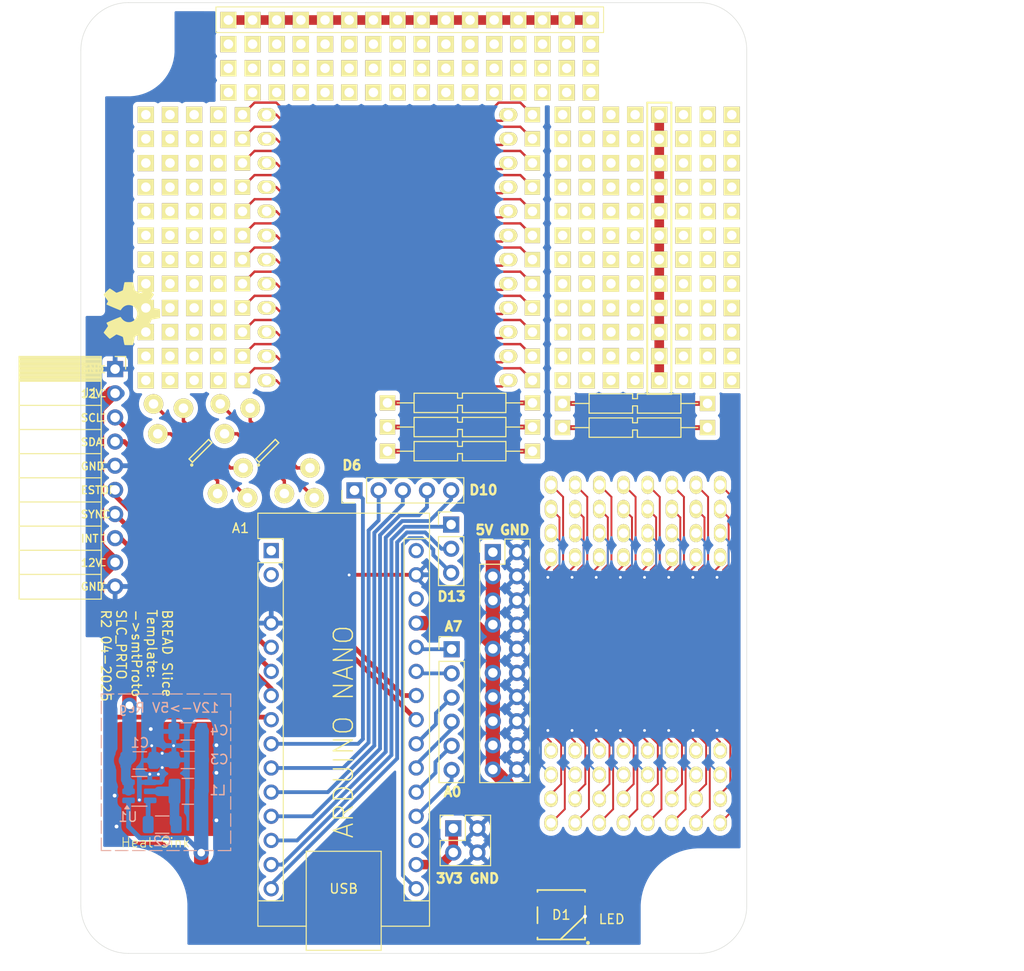
<source format=kicad_pcb>
(kicad_pcb (version 20241229) (generator "pcbnew") (generator_version "9.0")
  (layers (0 "F.Cu" signal) (2 "B.Cu" signal) (13 "F.Paste" user) (15 "B.Paste" user) (5 "F.SilkS" user "F.Silkscreen") (7 "B.SilkS" user "B.Silkscreen") (1 "F.Mask" user) (3 "B.Mask" user) (25 "Edge.Cuts" user))
  (net 0 "")
  (net 3 "GND")
  (net 4 "/D12")
  (net 5 "+5V")
  (net 6 "/LED")
  (net 7 "/I2C_CLK")
  (net 8 "/D11")
  (net 9 "/I2C_DAT")
  (net 10 "/D10")
  (net 11 "/SYNC")
  (net 12 "+3.3V")
  (net 13 "/E_STOP")
  (net 14 "/A0")
  (net 15 "/A6")
  (net 16 "/A1")
  (net 17 "/A2")
  (net 18 "+12V")
  (net 19 "/INT")
  (net 20 "/D8")
  (net 21 "/A7")
  (net 22 "/D6")
  (net 23 "/D7")
  (net 24 "/D9")
  (net 25 "/D13")
  (net 26 "/A3")
  (net 27 "/RESET")
  (net 28 "Net-(U1-SW)")
  (net 29 "Net-(U1-BST)")
  (net 30 "unconnected-(A1-VIN-Pad30)")
  (net 32 "/AREF")
  (footprint "MountingHole:MountingHole_5mm" (layer "F.Cu") (at 127.6 44.8)
    (property "Reference" "H1" (hide yes))
    (property "Value" "MountingHole")
  )
  (footprint "MountingHole:MountingHole_5mm" (layer "F.Cu") (at 187.6 44.8)
    (property "Reference" "H3" (hide yes))
    (property "Value" "MountingHole")
  )
  (footprint "MountingHole:MountingHole_5mm" (layer "F.Cu") (at 127.6 134.8)
    (property "Reference" "H2" (hide yes))
    (property "Value" "MountingHole")
  )
  (footprint "MountingHole:MountingHole_5mm" (layer "F.Cu") (at 187.6 134.8)
    (property "Reference" "H4" (hide yes))
    (property "Value" "MountingHole")
  )
  (footprint "Module:Arduino_Nano" (layer "F.Cu") (at 142.61 97.44)
    (property "Reference" "A1")
    (property "Value" "Arduino_Nano_v3.x")
  )
  (footprint "Connector_PinSocket_2.54mm:PinSocket_1x10_P2.54mm_Horizontal" (layer "F.Cu") (at 126.2 78.35)
    (property "Reference" "J1")
    (property "Value" "Conn_01x10_Female")
  )
  (footprint "Symbol:OSHW-Symbol_6.7x6mm_SilkScreen" (layer "F.Cu") (at 127.95 72.5 -90)
    (property "Reference" "Logo1" (hide yes))
    (property "Value" "Logo_Open_Hardware_Small" (hide yes))
  )
  (footprint "PROTO-SOIC-50" (layer "F.Cu") (at 154.83 51.59)
    (property "Reference" "")
    (property "Value" "")
  )
  (footprint "KML-Custom:Thermal Pad" (layer "F.Cu") (at 131.8 121.45)
    (property "Reference" "HS1")
    (property "Value" "Heatsink_Pad")
  )
  (footprint "PROTO-SOIC-50" (layer "F.Cu") (at 154.83 61.75)
    (property "Reference" "")
    (property "Value" "")
  )
  (footprint "kicad_wrk:PROTO-GRID4X4-100-SQUARE" (layer "F.Cu") (at 138.11 49.25)
    (property "Reference" "" (hide yes))
    (property "Value" "")
  )
  (footprint "PROTO-SOIC-50" (layer "F.Cu") (at 154.83 79.53)
    (property "Reference" "" (hide yes))
    (property "Value" "")
  )
  (footprint "kicad_wrk:PROTO-GRID4X4-100-SQUARE" (layer "F.Cu") (at 173.245 59.21)
    (property "Reference" "" (hide yes))
    (property "Value" "")
  )
  (footprint "kicad_wrk:PROTO-LED" (layer "F.Cu") (at 162.455 84.44 180)
    (property "Reference" "")
    (property "Value" "")
  )
  (footprint "kicad_wrk:PROTO-LED" (layer "F.Cu") (at 162.455 81.9 180)
    (property "Reference" "")
    (property "Value" "")
  )
  (footprint "kicad_wrk:PROTO-SSOP-0.65" (layer "F.Cu") (at 187.265 108.3 -90)
    (property "Reference" "")
    (property "Value" "")
  )
  (footprint "kicad_wrk:PROTO-GRID4X4-100-SQUARE" (layer "F.Cu") (at 129.43 59.21)
    (property "Reference" "" (hide yes))
    (property "Value" "")
  )
  (footprint "Connector_PinHeader_2.54mm:PinHeader_1x03_P2.54mm_Vertical" (layer "F.Cu") (at 161.525 94.7)
    (property "Reference" "REF**" (hide yes))
    (property "Value" "PinHeader_1x03_P2.54mm_Vertical")
  )
  (footprint "kicad_wrk:PROTO-SSOP-0.65" (layer "F.Cu") (at 177.105 108.3 -90)
    (property "Reference" "")
    (property "Value" "")
  )
  (footprint "PROTO-SOIC-50" (layer "F.Cu") (at 154.83 66.83)
    (property "Reference" "")
    (property "Value" "")
  )
  (footprint "kicad_wrk:PROTO-SSOP-0.65" (layer "F.Cu") (at 182.185 108.3 -90)
    (property "Reference" "")
    (property "Value" "")
  )
  (footprint "PROTO-SOIC-50" (layer "F.Cu") (at 154.83 59.21)
    (property "Reference" "")
    (property "Value" "")
  )
  (footprint "kicad_wrk:PROTO-GRID4X4-100-SQUARE" (layer "F.Cu") (at 183.405 59.21)
    (property "Reference" "" (hide yes))
    (property "Value" "")
  )
  (footprint "kicad_wrk:PROTO-SSOP-0.65" (layer "F.Cu") (at 172.025 108.3 -90)
    (property "Reference" "")
    (property "Value" "")
  )
  (footprint "Connector_PinHeader_2.54mm:PinHeader_1x06_P2.54mm_Vertical" (layer "F.Cu") (at 161.575 107.81)
    (property "Reference" "REF**" (hide yes))
    (property "Value" "PinHeader_1x06_P2.54mm_Vertical")
  )
  (footprint "kicad_wrk:PROTO-SSOP-0.65" (layer "F.Cu") (at 184.725 108.3 -90)
    (property "Reference" "")
    (property "Value" "")
  )
  (footprint "kicad_wrk:PROTO-GRID4X4-100-SQUARE" (layer "F.Cu") (at 183.405 69.37)
    (property "Reference" "" (hide yes))
    (property "Value" "")
  )
  (footprint "SparkFun-LED:WS2812-5050-4PIN" (layer "F.Cu") (at 173.1 135.732769)
    (property "Reference" "D1")
    (property "Value" "WS2812B_5050")
  )
  (footprint "kicad_wrk:PROTO-GRID4X4-100-SQUARE" (layer "F.Cu") (at 183.405 79.53)
    (property "Reference" "" (hide yes))
    (property "Value" "" (hide yes))
  )
  (footprint "kicad_wrk:PROTO-GRID4X4-100-SQUARE" (layer "F.Cu") (at 173.245 69.37)
    (property "Reference" "" (hide yes))
    (property "Value" "")
  )
  (footprint "Connector_PinHeader_2.54mm:PinHeader_1x05_P2.54mm_Vertical" (layer "F.Cu") (at 151.365 91.1 90)
    (property "Reference" "REF**" (hide yes))
    (property "Value" "PinHeader_1x05_P2.54mm_Vertical")
  )
  (footprint "kicad_wrk:PROTO-SOT-23-6" (layer "F.Cu") (at 135.177465 86.948075 135)
    (property "Reference" "")
    (property "Value" "")
  )
  (footprint "kicad_wrk:PROTO-SSOP-0.65" (layer "F.Cu") (at 179.645 108.3 -90)
    (property "Reference" "")
    (property "Value" "")
  )
  (footprint "kicad_wrk:PROTO-GRID4X4-100-SQUARE" (layer "F.Cu") (at 168.59 49.25)
    (property "Reference" "" (hide yes))
    (property "Value" "")
  )
  (footprint "kicad_wrk:PROTO-SOT-23-6" (layer "F.Cu") (at 142.193629 86.943629 135)
    (property "Reference" "")
    (property "Value" "")
  )
  (footprint "kicad_wrk:PROTO-SSOP-0.65" (layer "F.Cu") (at 189.805 108.3 -90)
    (property "Reference" "")
    (property "Value" "")
  )
  (footprint "Connector_PinHeader_2.54mm:PinHeader_2x10_P2.54mm_Vertical" (layer "F.Cu") (at 165.91 97.6)
    (property "Reference" "REF**" (hide yes))
    (property "Value" "PinHeader_2x10_P2.54mm_Vertical")
  )
  (footprint "Connector_PinHeader_2.54mm:PinHeader_2x02_P2.54mm_Vertical" (layer "F.Cu") (at 161.75 126.65)
    (property "Reference" "REF**" (hide yes))
    (property "Value" "PinHeader_2x02_P2.54mm_Vertical")
  )
  (footprint "PROTO-SOIC-50" (layer "F.Cu") (at 154.83 54.13)
    (property "Reference" "")
    (property "Value" "")
  )
  (footprint "kicad_wrk:PROTO-GRID4X4-100-SQUARE" (layer "F.Cu") (at 129.43 79.53)
    (property "Reference" "" (hide yes))
    (property "Value" "")
  )
  (footprint "PROTO-SOIC-50" (layer "F.Cu") (at 154.83 56.67)
    (property "Reference" "")
    (property "Value" "")
  )
  (footprint "PROTO-SOIC-50" (layer "F.Cu") (at 154.83 76.99)
    (property "Reference" "" (hide yes))
    (property "Value" "")
  )
  (footprint "kicad_wrk:PROTO-GRID4X4-100-SQUARE" (layer "F.Cu") (at 158.43 49.25)
    (property "Reference" "" (hide yes))
    (property "Value" "")
  )
  (footprint "kicad_wrk:PROTO-GRID4X4-100-SQUARE" (layer "F.Cu") (at 148.27 49.25)
    (property "Reference" "" (hide yes))
    (property "Value" "")
  )
  (footprint "kicad_wrk:PROTO-LED" (layer "F.Cu") (at 180.855 81.96 180)
    (property "Reference" "")
    (property "Value" "")
  )
  (footprint "kicad_wrk:PROTO-GRID4X4-100-SQUARE" (layer "F.Cu") (at 129.43 69.37)
    (property "Reference" "" (hide yes))
    (property "Value" "")
  )
  (footprint "kicad_wrk:PROTO-LED" (layer "F.Cu") (at 162.455 86.98 180)
    (property "Reference" "")
    (property "Value" "")
  )
  (footprint "kicad_wrk:PROTO-GRID4X4-100-SQUARE" (layer "F.Cu") (at 173.245 79.53)
    (property "Reference" "" (hide yes))
    (property "Value" "" (hide yes))
  )
  (footprint "PROTO-SOIC-50" (layer "F.Cu") (at 154.83 69.37)
    (property "Reference" "")
    (property "Value" "")
  )
  (footprint "PROTO-SOIC-50" (layer "F.Cu") (at 154.83 71.91)
    (property "Reference" "")
    (property "Value" "")
  )
  (footprint "PROTO-SOIC-50" (layer "F.Cu") (at 154.83 74.45)
    (property "Reference" "" (hide yes))
    (property "Value" "")
  )
  (footprint "kicad_wrk:PROTO-SSOP-0.65" (layer "F.Cu") (at 174.565 108.3 -90)
    (property "Reference" "")
    (property "Value" "")
  )
  (footprint "PROTO-SOIC-50" (layer "F.Cu") (at 154.83 64.29)
    (property "Reference" "")
    (property "Value" "")
  )
  (footprint "kicad_wrk:PROTO-LED" (layer "F.Cu") (at 180.855 84.5 180)
    (property "Reference" "")
    (property "Value" "")
  )
  (footprint "Capacitor_SMD:C_1206_3216Metric" (layer "B.Cu") (at 128.8 119.5 180)
    (property "Reference" "C1")
    (property "Value" "22uF")
  )
  (footprint "Package_TO_SOT_SMD:TSOT-23-6" (layer "B.Cu") (at 128.75 122.755)
    (property "Reference" "U1")
    (property "Value" "~")
  )
  (footprint "Capacitor_SMD:C_1206_3216Metric" (layer "B.Cu") (at 131.15 126.255 180)
    (property "Reference" "C2")
    (property "Value" "100nF")
  )
  (footprint "Capacitor_SMD:C_1206_3216Metric" (layer "B.Cu") (at 133.85 119.455)
    (property "Reference" "C3")
    (property "Value" "22uF")
  )
  (footprint "Capacitor_SMD:C_1206_3216Metric" (layer "B.Cu") (at 133.85 116.455)
    (property "Reference" "C4")
    (property "Value" "22uF")
  )
  (footprint "Inductor_SMD:L_1210_3225Metric" (layer "B.Cu") (at 133.85 122.755)
    (property "Reference" "L1")
    (property "Value" "4.7uH")
  )
  (gr_rect (start 136.8 40.25) (end 177.55 42.95) (stroke (width 0.1)) (fill no) (layer "F.SilkS"))
  (gr_line (start 184.675 50.32) (end 184.675 80.96) (stroke (width 0.2)) (layer "F.SilkS"))
  (gr_line (start 182.135 80.96) (end 182.135 50.32) (stroke (width 0.2)) (layer "F.SilkS"))
  (gr_line (start 184.675 80.96) (end 182.135 80.96) (stroke (width 0.2)) (layer "F.SilkS"))
  (gr_line (start 182.135 50.32) (end 184.675 50.32) (stroke (width 0.2)) (layer "F.SilkS"))
  (gr_rect (start 124.75 112.516) (end 138.35 128.984) (stroke (width 0.12) (type dash)) (fill no) (layer "B.SilkS"))
  (gr_line (start 192.6 44.8) (end 192.6 94.8) (stroke (width 0.05)) (layer "Edge.Cuts"))
  (gr_arc (start 187.6 39.8) (mid 191.135534 41.264466) (end 192.6 44.8) (stroke (width 0.05)) (layer "Edge.Cuts"))
  (gr_arc (start 192.6 134.8) (mid 191.135534 138.335534) (end 187.6 139.8) (stroke (width 0.05)) (layer "Edge.Cuts"))
  (gr_line (start 152.6 39.8) (end 187.6 39.8) (stroke (width 0.05)) (layer "Edge.Cuts"))
  (gr_arc (start 122.6 44.8) (mid 124.064466 41.264466) (end 127.6 39.8) (stroke (width 0.05)) (layer "Edge.Cuts"))
  (gr_line (start 192.6 94.8) (end 192.6 134.8) (stroke (width 0.05)) (layer "Edge.Cuts"))
  (gr_line (start 122.6 134.8) (end 122.6 44.8) (stroke (width 0.05)) (layer "Edge.Cuts"))
  (gr_line (start 127.6 39.8) (end 152.6 39.8) (stroke (width 0.05)) (layer "Edge.Cuts"))
  (gr_arc (start 127.6 139.8) (mid 124.064466 138.335534) (end 122.6 134.8) (stroke (width 0.05)) (layer "Edge.Cuts"))
  (gr_line (start 160.188 139.8) (end 187.6 139.8) (stroke (width 0.05)) (layer "Edge.Cuts"))
  (gr_line (start 127.6 139.8) (end 160.188 139.8) (stroke (width 0.05)) (layer "Edge.Cuts"))
  (gr_text "5V GND" (at 163.95 95.85 0) (layer "F.SilkS") (effects (font (size 1 1) (thickness 0.25) (bold yes)) (justify left bottom)))
  (gr_text "GND" (at 123.829762 88.575 0) (layer "F.SilkS") (effects (font (size 0.8 0.8))))
  (gr_text "D10" (at 163.3 91.65 0) (layer "F.SilkS") (effects (font (size 1 1) (thickness 0.25) (bold yes)) (justify left bottom)))
  (gr_text "" (at 182.185 126.08 180) (layer "F.SilkS") (effects (font (size 1 1))))
  (gr_text "LED" (at 178.4 136.2 0) (layer "F.SilkS") (effects (font (size 1 1))))
  (gr_text "12V" (at 123.715477 98.725 0) (layer "F.SilkS") (effects (font (size 0.8 0.8))))
  (gr_text "SYNC" (at 124.153572 93.625 0) (layer "F.SilkS") (effects (font (size 0.8 0.8))))
  (gr_text "GND" (at 123.829762 101.225 0) (layer "F.SilkS") (effects (font (size 0.8 0.8))))
  (gr_text "BREAD Slice\nTemplate:\n->smtProto\nSLC_PRTO\nR2 04-2025" (at 128.45 103.55 270) (layer "F.SilkS") (effects (font (size 1 1)) (justify left)))
  (gr_text "GND" (at 123.829762 78.375 0) (layer "F.SilkS") (effects (font (size 0.8 0.8))))
  (gr_text "D13" (at 159.95 102.85 0) (layer "F.SilkS") (effects (font (size 1 1) (thickness 0.25) (bold yes)) (justify left bottom)))
  (gr_text "D6" (at 149.95 89.05 0) (layer "F.SilkS") (effects (font (size 1 1) (thickness 0.25) (bold yes)) (justify left bottom)))
  (gr_text "3V3 GND" (at 159.8 132.5 0) (layer "F.SilkS") (effects (font (size 1 1) (thickness 0.25) (bold yes)) (justify left bottom)))
  (gr_text "ESTOP" (at 124.477381 91.075 0) (layer "F.SilkS") (effects (font (size 0.8 0.8))))
  (gr_text "INT" (at 123.525 96.175 0) (layer "F.SilkS") (effects (font (size 0.8 0.8))))
  (gr_text "A0" (at 160.6 123.4 0) (layer "F.SilkS") (effects (font (size 1 1) (thickness 0.25) (bold yes)) (justify left bottom)))
  (gr_text "SDA" (at 123.734524 86.025 0) (layer "F.SilkS") (effects (font (size 0.8 0.8))))
  (gr_text "SCL" (at 123.715477 83.475 0) (layer "F.SilkS") (effects (font (size 0.8 0.8))))
  (gr_text "ARDUINO NANO" (at 150.22 116.49 90) (layer "F.SilkS") (effects (font (size 2 2))))
  (gr_text "12V" (at 123.715477 80.925 0) (layer "F.SilkS") (effects (font (size 0.8 0.8))))
  (gr_text "A7" (at 160.7 106 0) (layer "F.SilkS") (effects (font (size 1 1) (thickness 0.25) (bold yes)) (justify left bottom)))
  (gr_text "12V->5V Reg" (at 131.85 114.555 0) (layer "B.SilkS") (effects (font (size 1 1)) (justify bottom mirror)))
  (segment (start 143.781 53.495) (end 148.48 53.495) (width 0.254) (layer "F.Cu") (net 0))
  (segment (start 140.86 57.94) (end 143.146 57.94) (width 0.254) (layer "F.Cu") (net 0))
  (segment (start 174.5396 118.4346) (end 174.565 118.46) (width 0.2032) (layer "F.Cu") (net 0))
  (segment (start 165.879 71.275) (end 166.514 70.64) (width 0.254) (layer "F.Cu") (net 0))
  (segment (start 182.185 123.0574) (end 183.2518 121.9906) (width 0.2032) (layer "F.Cu") (net 0))
  (segment (start 161.18 54.765) (end 166.895 54.765) (width 0.254) (layer "F.Cu") (net 0))
  (segment (start 176.0128 124.6322) (end 174.565 126.08) (width 0.2032) (layer "F.Cu") (net 0))
  (segment (start 168.8 78.26) (end 170.07 79.53) (width 0.254) (layer "F.Cu") (net 0))
  (segment (start 173 117.1236) (end 173.4728 117.5964) (width 0.2032) (layer "F.Cu") (net 0))
  (segment (start 161.18 64.925) (end 166.895 64.925) (width 0.254) (layer "F.Cu") (net 0))
  (segment (start 182.185 123.54) (end 182.185 123.0574) (width 0.2032) (layer "F.Cu") (net 0))
  (segment (start 161.18 57.305) (end 166.895 57.305) (width 0.254) (layer "F.Cu") (net 0))
  (segment (start 143.781 66.195) (end 148.48 66.195) (width 0.254) (layer "F.Cu") (net 0))
  (segment (start 182.1596 118.4346) (end 182.185 118.46) (width 0.2032) (layer "F.Cu") (net 0))
  (segment (start 165.879 63.655) (end 166.514 63.02) (width 0.254) (layer "F.Cu") (net 0))
  (segment (start 183.455 91.79) (end 182.185 90.52) (width 0.2032) (layer "F.Cu") (net 0))
  (segment (start 168.8 63.02) (end 170.07 64.29) (width 0.254) (layer "F.Cu") (net 0))
  (segment (start 161.18 66.195) (end 165.879 66.195) (width 0.254) (layer "F.Cu") (net 0))
  (segment (start 168.8 55.4) (end 170.07 56.67) (width 0.254) (layer "F.Cu") (net 0))
  (segment (start 183.4 51.595) (end 183.4 79.525) (width 1.016) (layer "F.Cu") (net 0))
  (segment (start 136.973517 90.087629) (end 136.973517 91.438203) (width 0.3556) (layer "F.Cu") (net 0))
  (segment (start 144.09009 87.403248) (end 143.996752 87.403248) (width 0.3556) (layer "F.Cu") (net 0))
  (segment (start 178.1718 117.7742) (end 177.43 117.0324) (width 0.2032) (layer "F.Cu") (net 0))
  (segment (start 184.725 123.54) (end 184.725 123.0574) (width 0.2032) (layer "F.Cu") (net 0))
  (segment (start 142.13 66.83) (end 143.146 66.83) (width 0.254) (layer "F.Cu") (net 0))
  (segment (start 175.54 117.1236) (end 176.0128 117.5964) (width 0.2032) (layer "F.Cu") (net 0))
  (segment (start 143.146 70.64) (end 143.781 71.275) (width 0.254) (layer "F.Cu") (net 0))
  (segment (start 178.67 103.8) (end 178.67 99.9532) (width 0.2032) (layer "F.Cu") (net 0))
  (segment (start 166.895 54.765) (end 167.53 54.13) (width 0.254) (layer "F.Cu") (net 0))
  (segment (start 174.565 123.54) (end 174.565 123.0574) (width 0.2032) (layer "F.Cu") (net 0))
  (segment (start 170.075 84.44) (end 166.265 84.44) (width 0.508) (layer "F.Cu") (net 0))
  (segment (start 178.375 91.79) (end 177.105 90.52) (width 0.2032) (layer "F.Cu") (net 0))
  (segment (start 143.781 78.895) (end 148.48 78.895) (width 0.254) (layer "F.Cu") (net 0))
  (segment (start 178.375 99.156) (end 178.375 91.79) (width 0.2032) (layer "F.Cu") (net 0))
  (segment (start 179.6196 118.4346) (end 179.6196 117.5456) (width 0.2032) (layer "F.Cu") (net 0))
  (segment (start 139.59 74.45) (end 140.86 73.18) (width 0.254) (layer "F.Cu") (net 0))
  (segment (start 166.895 70.005) (end 167.53 69.37) (width 0.254) (layer "F.Cu") (net 0))
  (segment (start 177.43 117.0324) (end 177.43 112.8) (width 0.2032) (layer "F.Cu") (net 0))
  (segment (start 186.29 116.596) (end 187.2396 117.5456) (width 0.2032) (layer "F.Cu") (net 0))
  (segment (start 175.54 112.8) (end 175.54 117.1236) (width 0.2032) (layer "F.Cu") (net 0))
  (segment (start 185.7918 117.7742) (end 185.05 117.0324) (width 0.2032) (layer "F.Cu") (net 0))
  (segment (start 168.8 68.1) (end 170.07 69.37) (width 0.254) (layer "F.Cu") (net 0))
  (segment (start 180.7118 117.7742) (end 179.97 117.0324) (width 0.2032) (layer "F.Cu") (net 0))
  (segment (start 142.13 76.99) (end 143.146 76.99) (width 0.254) (layer "F.Cu") (net 0))
  (segment (start 190.78 99.451) (end 191.075 99.156) (width 0.2032) (layer "F.Cu") (net 0))
  (segment (start 143.146 71.91) (end 143.781 72.545) (width 0.254) (layer "F.Cu") (net 0))
  (segment (start 180.62 117.1236) (end 181.0928 117.5964) (width 0.2032) (layer "F.Cu") (net 0))
  (segment (start 173 112.8) (end 173 117.1236) (width 0.2032) (layer "F.Cu") (net 0))
  (segment (start 179.97 99.466) (end 180.534 98.902) (width 0.2032) (layer "F.Cu") (net 0))
  (segment (start 161.18 56.035) (end 165.879 56.035) (width 0.254) (layer "F.Cu") (net 0))
  (segment (start 173.0918 117.7742) (end 172.35 117.0324) (width 0.2032) (layer "F.Cu") (net 0))
  (segment (start 142.13 59.21) (end 143.146 59.21) (width 0.254) (layer "F.Cu") (net 0))
  (segment (start 135.637085 88.844535) (end 135.637085 88.751197) (width 0.3556) (layer "F.Cu") (net 0))
  (segment (start 179.645 123.54) (end 179.645 123.0574) (width 0.2032) (layer "F.Cu") (net 0))
  (segment (start 183.455 99.156) (end 183.455 91.79) (width 0.2032) (layer "F.Cu") (net 0))
  (segment (start 166.514 78.26) (end 168.8 78.26) (width 0.254) (layer "F.Cu") (net 0))
  (segment (start 140.86 60.48) (end 143.146 60.48) (width 0.254) (layer "F.Cu") (net 0))
  (segment (start 179.645 123.0574) (end 180.7118 121.9906) (width 0.2032) (layer "F.Cu") (net 0))
  (segment (start 188.83 116.596) (end 189.7796 117.5456) (width 0.2032) (layer "F.Cu") (net 0))
  (segment (start 143.781 80.165) (end 148.48 80.165) (width 0.254) (layer "F.Cu") (net 0))
  (segment (start 134.046095 85.816704) (end 130.238325 82.008934) (width 0.3556) (layer "F.Cu") (net 0))
  (segment (start 177.43 103.8) (end 177.43 99.466) (width 0.2032) (layer "F.Cu") (net 0))
  (segment (start 140.116606 91.887215) (end 136.308836 88.079445) (width 0.3556) (layer "F.Cu") (net 0))
  (segment (start 142.13 69.37) (end 143.146 69.37) (width 0.254) (layer "F.Cu") (net 0))
  (segment (start 161.18 75.085) (end 166.895 75.085) (width 0.254) (layer "F.Cu") (net 0))
  (segment (start 143.996752 87.403248) (end 145.333184 88.73968) (width 0.3556) (layer "F.Cu") (net 0))
  (segment (start 165.879 78.895) (end 166.514 78.26) (width 0.254) (layer "F.Cu") (net 0))
  (segment (start 135.637085 88.751197) (end 136.973517 90.087629) (width 0.3556) (layer "F.Cu") (net 0))
  (segment (start 143.781 52.225) (end 148.48 52.225) (width 0.254) (layer "F.Cu") (net 0))
  (segment (start 182.51 99.466) (end 183.074 98.902) (width 0.2032) (layer "F.Cu") (net 0))
  (segment (start 142.13 56.67) (end 143.146 56.67) (width 0.254) (layer "F.Cu") (net 0))
  (segment (start 139.59 61.75) (end 140.86 60.48) (width 0.254) (layer "F.Cu") (net 0))
  (segment (start 189.805 123.54) (end 189.805 123.0574) (width 0.2032) (layer "F.Cu") (net 0))
  (segment (start 190.8718 117.7742) (end 190.13 117.0324) (width 0.2032) (layer "F.Cu") (net 0))
  (segment (start 180.7118 121.9906) (end 180.7118 117.7742) (width 0.2032) (layer "F.Cu") (net 0))
  (segment (start 143.146 55.4) (end 143.781 56.035) (width 0.254) (layer "F.Cu") (net 0))
  (segment (start 165.879 73.815) (end 166.514 73.18) (width 0.254) (layer "F.Cu") (net 0))
  (segment (start 178.67 116.596) (end 179.6196 117.5456) (width 0.2032) (layer "F.Cu") (net 0))
  (segment (start 142.653249 88.840089) (end 142.653249 88.746751) (width 0.3556) (layer "F.Cu") (net 0))
  (segment (start 143.781 61.115) (end 148.48 61.115) (width 0.254) (layer "F.Cu") (net 0))
  (segment (start 173.0918 121.9906) (end 173.0918 117.7742) (width 0.2032) (layer "F.Cu") (net 0))
  (segment (start 143.781 62.385) (end 148.48 62.385) (width 0.254) (layer "F.Cu") (net 0))
  (segment (start 139.59 56.67) (end 140.86 55.4) (width 0.254) (layer "F.Cu") (net 0))
  (segment (start 187.59 117.0324) (end 187.59 112.8) (width 0.2032) (layer "F.Cu") (net 0))
  (segment (start 188.83 103.8) (end 188.83 99.9532) (width 0.2032) (layer "F.Cu") (net 0))
  (segment (start 191.2528 124.6322) (end 189.805 126.08) (width 0.2032) (layer "F.Cu") (net 0))
  (segment (start 166.895 62.385) (end 167.53 61.75) (width 0.254) (layer "F.Cu") (net 0))
  (segment (start 143.146 54.13) (end 143.781 54.765) (width 0.254) (layer "F.Cu") (net 0))
  (segment (start 140.86 55.4) (end 143.146 55.4) (width 0.254) (layer "F.Cu") (net 0))
  (segment (start 182.125 84.5) (end 179.585 84.5) (width 0.508) (layer "F.Cu") (net 0))
  (segment (start 139.59 69.37) (end 140.86 68.1) (width 0.254) (layer "F.Cu") (net 0))
  (segment (start 133.374343 86.488455) (end 132.037911 85.152023) (width 0.3556) (layer "F.Cu") (net 0))
  (segment (start 182.51 117.0324) (end 182.51 112.8) (width 0.2032) (layer "F.Cu") (net 0))
  (segment (start 188.24 112.8) (end 188.24 117.1236) (width 0.2032) (layer "F.Cu") (net 0))
  (segment (start 166.895 72.545) (end 167.53 71.91) (width 0.254) (layer "F.Cu") (net 0))
  (segment (start 161.18 53.495) (end 165.879 53.495) (width 0.254) (layer "F.Cu") (net 0))
  (segment (start 140.397578 83.804074) (end 140.397578 82.453501) (width 0.3556) (layer "F.Cu") (net 0))
  (segment (start 188.24 103.8) (end 188.24 99.451) (width 0.2032) (layer "F.Cu") (net 0))
  (segment (start 143.781 59.845) (end 148.48 59.845) (width 0.254) (layer "F.Cu") (net 0))
  (segment (start 143.146 64.29) (end 143.781 64.925) (width 0.254) (layer "F.Cu") (net 0))
  (segment (start 183.75 116.596) (end 184.6996 117.5456) (width 0.2032) (layer "F.Cu") (net 0))
  (segment (start 166.895 59.845) (end 167.53 59.21) (width 0.254) (layer "F.Cu") (net 0))
  (segment (start 177.045 84.5) (end 173.235 84.5) (width 0.508) (layer "F.Cu") (net 0))
  (segment (start 178.08 99.451) (end 178.375 99.156) (width 0.2032) (layer "F.Cu") (net 0))
  (segment (start 175.6318 121.9906) (end 175.6318 117.7742) (width 0.2032) (layer "F.Cu") (net 0))
  (segment (start 189.7796 118.4346) (end 189.805 118.46) (width 0.2032) (layer "F.Cu") (net 0))
  (segment (start 161.18 73.815) (end 165.879 73.815) (width 0.254) (layer "F.Cu") (net 0))
  (segment (start 165.879 56.035) (end 166.514 55.4) (width 0.254) (layer "F.Cu") (net 0))
  (segment (start 137.073926 87.407694) (end 136.980588 87.407694) (width 0.3556) (layer "F.Cu") (net 0))
  (segment (start 165.879 53.495) (end 166.514 52.86) (width 0.254) (layer "F.Cu") (net 0))
  (segment (start 171.05 116.596) (end 171.9996 117.5456) (width 0.2032) (layer "F.Cu") (net 0))
  (segment (start 166.514 57.94) (end 168.8 57.94) (width 0.254) (layer "F.Cu") (net 0))
  (segment (start 178.67 99.9532) (end 179.645 98.9782) (width 0.2032) (layer "F.Cu") (net 0))
  (segment (start 180.62 103.8) (end 180.62 99.451) (width 0.2032) (layer "F.Cu") (net 0))
  (segment (start 181.0928 124.6322) (end 179.645 126.08) (width 0.2032) (layer "F.Cu") (net 0))
  (segment (start 145.333184 88.73968) (end 146.683757 88.73968) (width 0.3556) (layer "F.Cu") (net 0))
  (segment (start 143.781 70.005) (end 148.48 70.005) (width 0.254) (layer "F.Cu") (net 0))
  (segment (start 161.18 72.545) (end 166.895 72.545) (width 0.254) (layer "F.Cu") (net 0))
  (segment (start 168.8 60.48) (end 170.07 61.75) (width 0.254) (layer "F.Cu") (net 0))
  (segment (start 141.73401 85.140506) (end 140.397578 83.804074) (width 0.3556) (layer "F.Cu") (net 0))
  (segment (start 163.725 86.98) (end 161.185 86.98) (width 0.508) (layer "F.Cu") (net 0))
  (segment (start 168.8 70.64) (end 170.07 71.91) (width 0.254) (layer "F.Cu") (net 0))
  (segment (start 172.025 123.0574) (end 173.0918 121.9906) (width 0.2032) (layer "F.Cu") (net 0))
  (segment (start 185.7 112.8) (end 185.7 117.1236) (width 0.2032) (layer "F.Cu") (net 0))
  (segment (start 140.86 73.18) (end 143.146 73.18) (width 0.254) (layer "F.Cu") (net 0))
  (segment (start 143.989681 90.083183) (end 143.989681 91.433757) (width 0.3556) (layer "F.Cu") (net 0))
  (segment (start 166.514 60.48) (end 168.8 60.48) (width 0.254) (layer "F.Cu") (net 0))
  (segment (start 143.146 69.37) (end 143.781 70.005) (width 0.254) (layer "F.Cu") (net 0))
  (segment (start 138.11 41.63) (end 176.21 41.63) (width 1.016) (layer "F.Cu") (net 0))
  (segment (start 168.8 50.32) (end 170.07 51.59) (width 0.254) (layer "F.Cu") (net 0))
  (segment (start 183.2518 121.9906) (end 183.2518 117.7742) (width 0.2032) (layer "F.Cu") (net 0))
  (segment (start 171.9996 118.4346) (end 172.025 118.46) (width 0.2032) (layer "F.Cu") (net 0))
  (segment (start 183.074 98.902) (end 183.074 93.949) (width 0.2032) (layer "F.Cu") (net 0))
  (segment (start 181.0928 117.5964) (end 181.0928 124.6322) (width 0.2032) (layer "F.Cu") (net 0))
  (segment (start 180.534 98.902) (end 180.534 93.949) (width 0.2032) (layer "F.Cu") (net 0))
  (segment (start 139.59 79.53) (end 140.86 78.26) (width 0.254) (layer "F.Cu") (net 0))
  (segment (start 188.535 91.79) (end 187.265 90.52) (width 0.2032) (layer "F.Cu") (net 0))
  (segment (start 166.895 57.305) (end 167.53 56.67) (width 0.254) (layer "F.Cu") (net 0))
  (segment (start 140.86 52.86) (end 143.146 52.86) (width 0.254) (layer "F.Cu") (net 0))
  (segment (start 161.18 68.735) (end 165.879 68.735) (width 0.254) (layer "F.Cu") (net 0))
  (segment (start 183.2518 117.7742) (end 182.51 117.0324) (width 0.2032) (layer "F.Cu") (net 0))
  (segment (start 165.879 50.955) (end 166.514 50.32) (width 0.254) (layer "F.Cu") (net 0))
  (segment (start 163.725 81.9) (end 161.185 81.9) (width 0.508) (layer "F.Cu") (net 0))
  (segment (start 180.62 112.8) (end 180.62 117.1236) (width 0.2032) (layer "F.Cu") (net 0))
  (segment (start 175.6318 117.7742) (end 174.89 117.0324) (width 0.2032) (layer "F.Cu") (net 0))
  (segment (start 161.18 80.165) (end 166.895 80.165) (width 0.254) (layer "F.Cu") (net 0))
  (segment (start 168.8 52.86) (end 170.07 54.13) (width 0.254) (layer "F.Cu") (net 0))
  (segment (start 190.8718 121.9906) (end 190.8718 117.7742) (width 0.2032) (layer "F.Cu") (net 0))
  (segment (start 178.1718 121.9906) (end 178.1718 117.7742) (width 0.2032) (layer "F.Cu") (net 0))
  (segment (start 183.16 99.451) (end 183.455 99.156) (width 0.2032) (layer "F.Cu") (net 0))
  (segment (start 179.97 117.0324) (end 179.97 112.8) (width 0.2032) (layer "F.Cu") (net 0))
  (segment (start 186.29 103.8) (end 186.29 99.9532) (width 0.2032) (layer "F.Cu") (net 0))
  (segment (start 177.994 93.949) (end 177.105 93.06) (width 0.2032) (layer "F.Cu") (net 0))
  (segment (start 174.565 123.0574) (end 175.6318 121.9906) (width 0.2032) (layer "F.Cu") (net 0))
  (segment (start 140.390507 86.484009) (end 139.054075 85.147577) (width 0.3556) (layer "F.Cu") (net 0))
  (segment (start 143.146 74.45) (end 143.781 75.085) (width 0.254) (layer "F.Cu") (net 0))
  (segment (start 174.89 117.0324) (end 174.89 112.8) (width 0.2032) (layer "F.Cu") (net 0))
  (segment (start 185.7 117.1236) (end 186.1728 117.5964) (width 0.2032) (layer "F.Cu") (net 0))
  (segment (start 140.86 63.02) (end 143.146 63.02) (width 0.254) (layer "F.Cu") (net 0))
  (segment (start 188.3318 117.7742) (end 187.59 117.0324) (width 0.2032) (layer "F.Cu") (net 0))
  (segment (start 188.535 99.156) (end 188.535 91.79) (width 0.2032) (layer "F.Cu") (net 0))
  (segment (start 171.9996 118.4346) (end 171.9996 117.5456) (width 0.2032) (layer "F.Cu") (net 0))
  (segment (start 166.514 55.4) (end 168.8 55.4) (width 0.254) (layer "F.Cu") (net 0))
  (segment (start 178.5528 117.5964) (end 178.5528 124.6322) (width 0.2032) (layer "F.Cu") (net 0))
  (segment (start 165.879 76.355) (end 166.514 75.72) (width 0.254) (layer "F.Cu") (net 0))
  (segment (start 166.514 73.18) (end 168.8 73.18) (width 0.254) (layer "F.Cu") (net 0))
  (segment (start 166.514 70.64) (end 168.8 70.64) (width 0.254) (layer "F.Cu") (net 0))
  (segment (start 173.4728 124.6322) (end 172.025 126.08) (width 0.2032) (layer "F.Cu") (net 0))
  (segment (start 158.645 81.9) (end 154.835 81.9) (width 0.508) (layer "F.Cu") (net 0))
  (segment (start 186.1728 117.5964) (end 186.1728 124.6322) (width 0.2032) (layer "F.Cu") (net 0))
  (segment (start 179.6196 118.4346) (end 179.645 118.46) (width 0.2032) (layer "F.Cu") (net 0))
  (segment (start 140.86 50.32) (end 143.146 50.32) (width 0.254) (layer "F.Cu") (net 0))
  (segment (start 181.21 116.596) (end 181.21 112.8) (width 0.2032) (layer "F.Cu") (net 0))
  (segment (start 185.05 99.466) (end 185.614 98.902) (width 0.2032) (layer "F.Cu") (net 0))
  (segment (start 139.59 64.29) (end 140.86 63.02) (width 0.254) (layer "F.Cu") (net 0))
  (segment (start 139.59 66.83) (end 140.86 65.56) (width 0.254) (layer "F.Cu") (net 0))
  (segment (start 176.13 116.596) (end 177.0796 117.5456) (width 0.2032) (layer "F.Cu") (net 0))
  (segment (start 143.146 68.1) (end 143.781 68.735) (width 0.254) (layer "F.Cu") (net 0))
  (segment (start 142.13 64.29) (end 143.146 64.29) (width 0.254) (layer "F.Cu") (net 0))
  (segment (start 143.781 68.735) (end 148.48 68.735) (width 0.254) (layer "F.Cu") (net 0))
  (segment (start 166.895 67.465) (end 167.53 66.83) (width 0.254) (layer "F.Cu") (net 0))
  (segment (start 161.18 58.575) (end 165.879 58.575) (width 0.254) (layer "F.Cu") (net 0))
  (segment (start 185.995 99.156) (end 185.995 91.79) (width 0.2032) (layer "F.Cu") (net 0))
  (segment (start 143.146 52.86) (end 143.781 53.495) (width 0.254) (layer "F.Cu") (net 0))
  (segment (start 176.13 103.8) (end 176.13 99.9532) (width 0.2032) (layer "F.Cu") (net 0))
  (segment (start 190.78 112.8) (end 190.78 117.1236) (width 0.2032) (layer "F.Cu") (net 0))
  (segment (start 183.6328 124.6322) (end 182.185 126.08) (width 0.2032) (layer "F.Cu") (net 0))
  (segment (start 172.025 123.54) (end 172.025 123.0574) (width 0.2032) (layer "F.Cu") (net 0))
  (segment (start 143.146 65.56) (end 143.781 66.195) (width 0.254) (layer "F.Cu") (net 0))
  (segment (start 185.995 91.79) (end 184.725 90.52) (width 0.2032) (layer "F.Cu") (net 0))
  (segment (start 133.381414 83.80852) (end 133.381414 82.457947) (width 0.3556) (layer "F.Cu") (net 0))
  (segment (start 143.146 61.75) (end 143.781 62.385) (width 0.254) (layer "F.Cu") (net 0))
  (segment (start 183.6328 117.5964) (end 183.6328 124.6322) (width 0.2032) (layer "F.Cu") (net 0))
  (segment (start 143.146 56.67) (end 143.781 57.305) (width 0.254) (layer "F.Cu") (net 0))
  (segment (start 143.146 75.72) (end 143.781 76.355) (width 0.254) (layer "F.Cu") (net 0))
  (segment (start 166.514 75.72) (end 168.8 75.72) (width 0.254) (layer "F.Cu") (net 0))
  (segment (start 141.062259 85.812258) (end 137.254489 82.004488) (width 0.3556) (layer "F.Cu") (net 0))
  (segment (start 177.105 123.0574) (end 178.1718 121.9906) (width 0.2032) (layer "F.Cu") (net 0))
  (segment (start 187.265 123.54) (end 187.265 123.0574) (width 0.2032) (layer "F.Cu") (net 0))
  (segment (start 185.614 93.949) (end 184.725 93.06) (width 0.2032) (layer "F.Cu") (net 0))
  (segment (start 161.18 52.225) (end 166.895 52.225) (width 0.254) (layer "F.Cu") (net 0))
  (segment (start 163.725 84.44) (end 161.185 84.44) (width 0.508) (layer "F.Cu") (net 0))
  (segment (start 139.59 59.21) (end 140.86 57.94) (width 0.254) (layer "F.Cu") (net 0))
  (segment (start 188.24 117.1236) (end 188.7128 117.5964) (width 0.2032) (layer "F.Cu") (net 0))
  (segment (start 168.8 73.18) (end 170.07 74.45) (width 0.254) (layer "F.Cu") (net 0))
  (segment (start 161.18 67.465) (end 166.895 67.465) (width 0.254) (layer "F.Cu") (net 0))
  (segment (start 182.125 81.96) (end 179.585 81.96) (width 0.508) (layer "F.Cu") (net 0))
  (segment (start 143.781 50.955) (end 148.48 50.955) (width 0.254) (layer "F.Cu") (net 0))
  (segment (start 142.13 61.75) (end 143.146 61.75) (width 0.254) (layer "F.Cu") (net 0))
  (segment (start 185.614 98.902) (end 185.614 93.949) (width 0.2032) (layer "F.Cu") (net 0))
  (segment (start 166.514 68.1) (end 168.8 68.1) (width 0.254) (layer "F.Cu") (net 0))
  (segment (start 188.7128 117.5964) (end 188.7128 124.6322) (width 0.2032) (layer "F.Cu") (net 0))
  (segment (start 168.8 75.72) (end 170.07 76.99) (width 0.254) (layer "F.Cu") (net 0))
  (segment (start 190.694 98.902) (end 190.694 93.949) (width 0.2032) (layer "F.Cu") (net 0))
  (segment (start 142.13 54.13) (end 143.146 54.13) (width 0.254) (layer "F.Cu") (net 0))
  (segment (start 184.6996 118.4346) (end 184.6996 117.5456) (width 0.2032) (layer "F.Cu") (net 0))
  (segment (start 143.781 54.765) (end 148.48 54.765) (width 0.254) (layer "F.Cu") (net 0))
  (segment (start 188.475 84.5) (end 184.665 84.5) (width 0.508) (layer "F.Cu") (net 0))
  (segment (start 183.75 116.596) (end 183.75 112.8) (width 0.2032) (layer "F.Cu") (net 0))
  (segment (start 173.59 99.9532) (end 174.565 98.9782) (width 0.2032) (layer "F.Cu") (net 0))
  (segment (start 180.915 99.156) (end 180.915 91.79) (width 0.2032) (layer "F.Cu") (net 0))
  (segment (start 191.075 99.156) (end 191.075 91.79) (width 0.2032) (layer "F.Cu") (net 0))
  (segment (start 180.534 93.949) (end 179.645 93.06) (width 0.2032) (layer "F.Cu") (net 0))
  (segment (start 142.13 74.45) (end 143.146 74.45) (width 0.254) (layer "F.Cu") (net 0))
  (segment (start 171.05 103.8) (end 171.05 99.9532) (width 0.2032) (layer "F.Cu") (net 0))
  (segment (start 177.0796 118.4346) (end 177.105 118.46) (width 0.2032) (layer "F.Cu") (net 0))
  (segment (start 178.08 103.8) (end 178.08 99.451) (width 0.2032) (layer "F.Cu") (net 0))
  (segment (start 185.05 117.0324) (end 185.05 112.8) (width 0.2032) (layer "F.Cu") (net 0))
  (segment (start 143.781 75.085) (end 148.48 75.085) (width 0.254) (layer "F.Cu") (net 0))
  (segment (start 188.24 99.451) (end 188.535 99.156) (width 0.2032) (layer "F.Cu") (net 0))
  (segment (start 173.59 103.8) (end 173.59 99.9532) (width 0.2032) (layer "F.Cu") (net 0))
  (segment (start 187.2396 118.4346) (end 187.2396 117.5456) (width 0.2032) (layer "F.Cu") (net 0))
  (segment (start 177.0796 118.4346) (end 177.0796 117.5456) (width 0.2032) (layer "F.Cu") (net 0))
  (segment (start 188.83 99.9532) (end 189.805 98.9782) (width 0.2032) (layer "F.Cu") (net 0))
  (segment (start 143.781 67.465) (end 148.48 67.465) (width 0.254) (layer "F.Cu") (net 0))
  (segment (start 173.4728 117.5964) (end 173.4728 124.6322) (width 0.2032) (layer "F.Cu") (net 0))
  (segment (start 172.35 117.0324) (end 172.35 112.8) (width 0.2032) (layer "F.Cu") (net 0))
  (segment (start 187.59 99.466) (end 188.154 98.902) (width 0.2032) (layer "F.Cu") (net 0))
  (segment (start 176.0128 117.5964) (end 176.0128 124.6322) (width 0.2032) (layer "F.Cu") (net 0))
  (segment (start 140.86 75.72) (end 143.146 75.72) (width 0.254) (layer "F.Cu") (net 0))
  (segment (start 143.146 60.48) (end 143.781 61.115) (width 0.254) (layer "F.Cu") (net 0))
  (segment (start 180.915 91.79) (end 179.645 90.52) (width 0.2032) (layer "F.Cu") (net 0))
  (segment (start 143.146 59.21) (end 143.781 59.845) (width 0.254) (layer "F.Cu") (net 0))
  (segment (start 143.146 50.32) (end 143.781 50.955) (width 0.254) (layer "F.Cu") (net 0))
  (segment (start 190.78 117.1236) (end 191.2528 117.5964) (width 0.2032) (layer "F.Cu") (net 0))
  (segment (start 158.645 86.98) (end 154.835 86.98) (width 0.508) (layer "F.Cu") (net 0))
  (segment (start 165.879 58.575) (end 166.514 57.94) (width 0.254) (layer "F.Cu") (net 0))
  (segment (start 166.514 52.86) (end 168.8 52.86) (width 0.254) (layer "F.Cu") (net 0))
  (segment (start 186.29 99.9532) (end 187.265 98.9782) (width 0.2032) (layer "F.Cu") (net 0))
  (segment (start 189.7796 118.4346) (end 189.7796 117.5456) (width 0.2032) (layer "F.Cu") (net 0))
  (segment (start 182.51 103.8) (end 182.51 99.466) (width 0.2032) (layer "F.Cu") (net 0))
  (segment (start 143.781 73.815) (end 148.48 73.815) (width 0.254) (layer "F.Cu") (net 0))
  (segment (start 189.805 123.0574) (end 190.8718 121.9906) (width 0.2032) (layer "F.Cu") (net 0))
  (segment (start 165.879 61.115) (end 166.514 60.48) (width 0.254) (layer "F.Cu") (net 0))
  (segment (start 190.13 117.0324) (end 190.13 112.8) (width 0.2032) (layer "F.Cu") (net 0))
  (segment (start 142.13 71.91) (end 143.146 71.91) (width 0.254) (layer "F.Cu") (net 0))
  (segment (start 181.21 103.8) (end 181.21 99.9532) (width 0.2032) (layer "F.Cu") (net 0))
  (segment (start 166.514 65.56) (end 168.8 65.56) (width 0.254) (layer "F.Cu") (net 0))
  (segment (start 143.781 64.925) (end 148.48 64.925) (width 0.254) (layer "F.Cu") (net 0))
  (segment (start 139.59 76.99) (end 140.86 75.72) (width 0.254) (layer "F.Cu") (net 0))
  (segment (start 183.405 51.59) (end 183.4 51.595) (width 1.016) (layer "F.Cu") (net 0))
  (segment (start 170.075 86.98) (end 166.265 86.98) (width 0.508) (layer "F.Cu") (net 0))
  (segment (start 171.05 116.596) (end 171.05 112.8) (width 0.2032) (layer "F.Cu") (net 0))
  (segment (start 139.054075 85.147577) (end 137.703501 85.147577) (width 0.3556) (layer "F.Cu") (net 0))
  (segment (start 187.2396 118.4346) (end 187.265 118.46) (width 0.2032) (layer "F.Cu") (net 0))
  (segment (start 184.725 123.0574) (end 185.7918 121.9906) (width 0.2032) (layer "F.Cu") (net 0))
  (segment (start 158.645 84.44) (end 154.835 84.44) (width 0.508) (layer "F.Cu") (net 0))
  (segment (start 161.18 71.275) (end 165.879 71.275) (width 0.254) (layer "F.Cu") (net 0))
  (segment (start 143.781 56.035) (end 148.48 56.035) (width 0.254) (layer "F.Cu") (net 0))
  (segment (start 161.18 76.355) (end 165.879 76.355) (width 0.254) (layer "F.Cu") (net 0))
  (segment (start 173.59 116.596) (end 173.59 112.8) (width 0.2032) (layer "F.Cu") (net 0))
  (segment (start 170.075 81.9) (end 166.265 81.9) (width 0.508) (layer "F.Cu") (net 0))
  (segment (start 166.895 77.625) (end 167.53 76.99) (width 0.254) (layer "F.Cu") (net 0))
  (segment (start 179.97 103.8) (end 179.97 99.466) (width 0.2032) (layer "F.Cu") (net 0))
  (segment (start 139.59 51.59) (end 140.86 50.32) (width 0.254) (layer "F.Cu") (net 0))
  (segment (start 147.13277 91.882769) (end 143.325 88.074999) (width 0.3556) (layer "F.Cu") (net 0))
  (segment (start 142.13 79.53) (end 143.146 79.53) (width 0.254) (layer "F.Cu") (net 0))
  (segment (start 161.18 62.385) (end 166.895 62.385) (width 0.254) (layer "F.Cu") (net 0))
  (segment (start 161.18 63.655) (end 165.879 63.655) (width 0.254) (layer "F.Cu") (net 0))
  (segment (start 178.08 117.1236) (end 178.5528 117.5964) (width 0.2032) (layer "F.Cu") (net 0))
  (segment (start 138.31702 88.744126) (end 139.667593 88.744126) (width 0.3556) (layer "F.Cu") (net 0))
  (segment (start 143.146 51.59) (end 143.781 52.225) (width 0.254) (layer "F.Cu") (net 0))
  (segment (start 176.13 116.596) (end 176.13 112.8) (width 0.2032) (layer "F.Cu") (net 0))
  (segment (start 143.146 73.18) (end 143.781 73.815) (width 0.254) (layer "F.Cu") (net 0))
  (segment (start 165.879 68.735) (end 166.514 68.1) (width 0.254) (layer "F.Cu") (net 0))
  (segment (start 166.895 64.925) (end 167.53 64.29) (width 0.254) (layer "F.Cu") (net 0))
  (segment (start 140.86 68.1) (end 143.146 68.1) (width 0.254) (layer "F.Cu") (net 0))
  (segment (start 173.59 116.596) (end 174.5396 117.5456) (width 0.2032) (layer "F.Cu") (net 0))
  (segment (start 142.13 51.59) (end 143.146 51.59) (width 0.254) (layer "F.Cu") (net 0))
  (segment (start 143.146 79.53) (end 143.781 80.165) (width 0.254) (layer "F.Cu") (net 0))
  (segment (start 165.879 66.195) (end 166.514 65.56) (width 0.254) (layer "F.Cu") (net 0))
  (segment (start 168.8 57.94) (end 170.07 59.21) (width 0.254) (layer "F.Cu") (net 0))
  (segment (start 143.781 63.655) (end 148.48 63.655) (width 0.254) (layer "F.Cu") (net 0))
  (segment (start 177.045 81.96) (end 173.235 81.96) (width 0.508) (layer "F.Cu") (net 0))
  (segment (start 178.67 116.596) (end 178.67 112.8) (width 0.2032) (layer "F.Cu") (net 0))
  (segment (start 183.75 99.9532) (end 184.725 98.9782) (width 0.2032) (layer "F.Cu") (net 0))
  (segment (start 183.16 103.8) (end 183.16 99.451) (width 0.2032) (layer "F.Cu") (net 0))
  (segment (start 181.21 116.596) (end 182.1596 117.5456) (width 0.2032) (layer "F.Cu") (net 0))
  (segment (start 188.154 98.902) (end 188.154 93.949) (width 0.2032) (layer "F.Cu") (net 0))
  (segment (start 166.514 50.32) (end 168.8 50.32) (width 0.254) (layer "F.Cu") (net 0))
  (segment (start 177.43 99.466) (end 177.994 98.902) (width 0.2032) (layer "F.Cu") (net 0))
  (segment (start 143.781 57.305) (end 148.48 57.305) (width 0.254) (layer "F.Cu") (net 0))
  (segment (start 182.1596 118.4346) (end 182.1596 117.5456) (width 0.2032) (layer "F.Cu") (net 0))
  (segment (start 183.16 117.1236) (end 183.6328 117.5964) (width 0.2032) (layer "F.Cu") (net 0))
  (segment (start 136.980588 87.407694) (end 138.31702 88.744126) (width 0.3556) (layer "F.Cu") (net 0))
  (segment (start 161.18 59.845) (end 166.895 59.845) (width 0.254) (layer "F.Cu") (net 0))
  (segment (start 186.29 116.596) (end 186.29 112.8) (width 0.2032) (layer "F.Cu") (net 0))
  (segment (start 161.18 61.115) (end 165.879 61.115) (width 0.254) (layer "F.Cu") (net 0))
  (segment (start 161.18 50.955) (end 165.879 50.955) (width 0.254) (layer "F.Cu") (net 0))
  (segment (start 183.4 79.525) (end 183.405 79.53) (width 1.016) (layer "F.Cu") (net 0))
  (segment (start 187.265 123.0574) (end 188.3318 121.9906) (width 0.2032) (layer "F.Cu") (net 0))
  (segment (start 191.2528 117.5964) (end 191.2528 124.6322) (width 0.2032) (layer "F.Cu") (net 0))
  (segment (start 134.717846 85.144952) (end 133.381414 83.80852) (width 0.3556) (layer "F.Cu") (net 0))
  (segment (start 178.08 112.8) (end 178.08 117.1236) (width 0.2032) (layer "F.Cu") (net 0))
  (segment (start 143.781 58.575) (end 148.48 58.575) (width 0.254) (layer "F.Cu") (net 0))
  (segment (start 143.146 66.83) (end 143.781 67.465) (width 0.254) (layer "F.Cu") (net 0))
  (segment (start 166.895 80.165) (end 167.53 79.53) (width 0.254) (layer "F.Cu") (net 0))
  (segment (start 183.16 112.8) (end 183.16 117.1236) (width 0.2032) (layer "F.Cu") (net 0))
  (segment (start 190.694 93.949) (end 189.805 93.06) (width 0.2032) (layer "F.Cu") (net 0))
  (segment (start 140.86 70.64) (end 143.146 70.64) (width 0.254) (layer "F.Cu") (net 0))
  (segment (start 188.475 81.96) (end 184.665 81.96) (width 0.508) (layer "F.Cu") (net 0))
  (segment (start 187.59 103.8) (end 187.59 99.466) (width 0.2032) (layer "F.Cu") (net 0))
  (segment (start 166.514 63.02) (end 168.8 63.02) (width 0.254) (layer "F.Cu") (net 0))
  (segment (start 143.146 57.94) (end 143.781 58.575) (width 0.254) (layer "F.Cu") (net 0))
  (segment (start 142.653249 88.746751) (end 143.989681 90.083183) (width 0.3556) (layer "F.Cu") (net 0))
  (segment (start 143.146 76.99) (end 143.781 77.625) (width 0.254) (layer "F.Cu") (net 0))
  (segment (start 174.5396 118.4346) (end 174.5396 117.5456) (width 0.2032) (layer "F.Cu") (net 0))
  (segment (start 143.146 78.26) (end 143.781 78.895) (width 0.254) (layer "F.Cu") (net 0))
  (segment (start 185.05 103.8) (end 185.05 99.466) (width 0.2032) (layer "F.Cu") (net 0))
  (segment (start 171.05 99.9532) (end 172.025 98.9782) (width 0.2032) (layer "F.Cu") (net 0))
  (segment (start 181.21 99.9532) (end 182.185 98.9782) (width 0.2032) (layer "F.Cu") (net 0))
  (segment (start 185.7918 121.9906) (end 185.7918 117.7742) (width 0.2032) (layer "F.Cu") (net 0))
  (segment (start 140.86 65.56) (end 143.146 65.56) (width 0.254) (layer "F.Cu") (net 0))
  (segment (start 143.146 63.02) (end 143.781 63.655) (width 0.254) (layer "F.Cu") (net 0))
  (segment (start 183.75 103.8) (end 183.75 99.9532) (width 0.2032) (layer "F.Cu") (net 0))
  (segment (start 178.5528 124.6322) (end 177.105 126.08) (width 0.2032) (layer "F.Cu") (net 0))
  (segment (start 191.075 91.79) (end 189.805 90.52) (width 0.2032) (layer "F.Cu") (net 0))
  (segment (start 190.13 99.466) (end 190.694 98.902) (width 0.2032) (layer "F.Cu") (net 0))
  (segment (start 185.7 99.451) (end 185.995 99.156) (width 0.2032) (layer "F.Cu") (net 0))
  (segment (start 177.105 123.54) (end 177.105 123.0574) (width 0.2032) (layer "F.Cu") (net 0))
  (segment (start 161.18 78.895) (end 165.879 78.895) (width 0.254) (layer "F.Cu") (net 0))
  (segment (start 140.86 78.26) (end 143.146 78.26) (width 0.254) (layer "F.Cu") (net 0))
  (segment (start 188.83 116.596) (end 188.83 112.8) (width 0.2032) (layer "F.Cu") (net 0))
  (segment (start 139.59 71.91) (end 140.86 70.64) (width 0.254) (layer "F.Cu") (net 0))
  (segment (start 161.18 70.005) (end 166.895 70.005) (width 0.254) (layer "F.Cu") (net 0))
  (segment (start 143.781 71.275) (end 148.48 71.275) (width 0.254) (layer "F.Cu") (net 0))
  (segment (start 143.781 77.625) (end 148.48 77.625) (width 0.254) (layer "F.Cu") (net 0))
  (segment (start 176.13 99.9532) (end 177.105 98.9782) (width 0.2032) (layer "F.Cu") (net 0))
  (segment (start 166.895 75.085) (end 167.53 74.45) (width 0.254) (layer "F.Cu") (net 0))
  (segment (start 132.037911 85.152023) (end 130.687337 85.152023) (width 0.3556) (layer "F.Cu") (net 0))
  (segment (start 190.78 103.8) (end 190.78 99.451) (width 0.2032) (layer "F.Cu") (net 0))
  (segment (start 177.994 98.902) (end 177.994 93.949) (width 0.2032) (layer "F.Cu") (net 0))
  (segment (start 161.18 77.625) (end 166.895 77.625) (width 0.254) (layer "F.Cu") (net 0))
  (segment (start 185.7 103.8) (end 185.7 99.451) (width 0.2032) (layer "F.Cu") (net 0))
  (segment (start 184.6996 118.4346) (end 184.725 118.46) (width 0.2032) (layer "F.Cu") (net 0))
  (segment (start 168.8 65.56) (end 170.07 66.83) (width 0.254) (layer "F.Cu") (net 0))
  (segment (start 143.781 72.545) (end 148.48 72.545) (width 0.254) (layer "F.Cu") (net 0))
  (segment (start 180.62 99.451) (end 180.915 99.156) (width 0.2032) (layer "F.Cu") (net 0))
  (segment (start 166.895 52.225) (end 167.53 51.59) (width 0.254) (layer "F.Cu") (net 0))
  (segment (start 190.13 103.8) (end 190.13 99.466) (width 0.2032) (layer "F.Cu") (net 0))
  (segment (start 188.7128 124.6322) (end 187.265 126.08) (width 0.2032) (layer "F.Cu") (net 0))
  (segment (start 183.074 93.949) (end 182.185 93.06) (width 0.2032) (layer "F.Cu") (net 0))
  (segment (start 186.1728 124.6322) (end 184.725 126.08) (width 0.2032) (layer "F.Cu") (net 0))
  (segment (start 188.3318 121.9906) (end 188.3318 117.7742) (width 0.2032) (layer "F.Cu") (net 0))
  (segment (start 143.781 76.355) (end 148.48 76.355) (width 0.254) (layer "F.Cu") (net 0))
  (segment (start 188.154 93.949) (end 187.265 93.06) (width 0.2032) (layer "F.Cu") (net 0))
  (segment (start 139.59 54.13) (end 140.86 52.86) (width 0.254) (layer "F.Cu") (net 0))
  (segment (start 184.4 100.2534) (end 184.3948 100.2482) (width 0.2032) (layer "F.Cu") (net 3))
  (segment (start 189.48 100.2534) (end 189.4748 100.2482) (width 0.2032) (layer "F.Cu") (net 3))
  (segment (start 179.32 112.8) (end 179.32 116.3466) (width 0.2032) (layer "F.Cu") (net 3))
  (segment (start 172.35 103.8) (end 172.35 99.466) (width 0.2032) (layer "F.Cu") (net 3))
  (segment (start 175.454 93.949) (end 174.565 93.06) (width 0.2032) (layer "F.Cu") (net 3))
  (segment (start 179.32 116.3466) (end 179.3148 116.3518) (width 0.2032) (layer "F.Cu") (net 3))
  (segment (start 176.78 112.8) (end 176.78 116.3466) (width 0.2032) (layer "F.Cu") (net 3))
  (segment (start 189.48 103.8) (end 189.48 100.2534) (width 0.2032) (layer "F.Cu") (net 3))
  (segment (start 186.94 116.3466) (end 186.9348 116.3518) (width 0.2032) (layer "F.Cu") (net 3))
  (segment (start 174.24 103.8) (end 174.24 100.2534) (width 0.2032) (layer "F.Cu") (net 3))
  (segment (start 171.7 100.2534) (end 171.6948 100.2482) (width 0.2032) (layer "F.Cu") (net 3))
  (segment (start 173.295 91.79) (end 172.025 90.52) (width 0.2032) (layer "F.Cu") (net 3))
  (segment (start 175.454 98.902) (end 175.454 93.949) (width 0.2032) (layer "F.Cu") (net 3))
  (segment (start 179.32 100.2534) (end 179.3148 100.2482) (width 0.2032) (layer "F.Cu") (net 3))
  (segment (start 181.86 116.3466) (end 181.8548 116.3518) (width 0.2032) (layer "F.Cu") (net 3))
  (segment (start 181.86 100.2534) (end 181.8548 100.2482) (width 0.2032) (layer "F.Cu") (net 3))
  (segment (start 174.89 99.466) (end 175.454 98.902) (width 0.2032) (layer "F.Cu") (net 3))
  (segment (start 175.835 91.79) (end 174.565 90.52) (width 0.2032) (layer "F.Cu") (net 3))
  (segment (start 172.914 98.902) (end 172.914 93.949) (width 0.2032) (layer "F.Cu") (net 3))
  (segment (start 184.4 116.3466) (end 184.3948 116.3518) (width 0.2032) (layer "F.Cu") (net 3))
  (segment (start 174.24 100.2534) (end 174.2348 100.2482) (width 0.2032) (layer "F.Cu") (net 3))
  (segment (start 181.86 112.8) (end 181.86 116.3466) (width 0.2032) (layer "F.Cu") (net 3))
  (segment (start 189.48 116.3466) (end 189.4748 116.3518) (width 0.2032) (layer "F.Cu") (net 3))
  (segment (start 174.89 103.8) (end 174.89 99.466) (width 0.2032) (layer "F.Cu") (net 3))
  (segment (start 175.835 99.156) (end 175.835 91.79) (width 0.2032) (layer "F.Cu") (net 3))
  (segment (start 171.7 112.8) (end 171.7 116.3466) (width 0.2032) (layer "F.Cu") (net 3))
  (segment (start 175.54 99.451) (end 175.835 99.156) (width 0.2032) (layer "F.Cu") (net 3))
  (segment (start 175.6 135.9) (end 175.6 137.255769) (width 0.5) (layer "F.Cu") (net 3))
  (segment (start 176.78 103.8) (end 176.78 100.2534) (width 0.2032) (layer "F.Cu") (net 3))
  (segment (start 172.914 93.949) (end 172.025 93.06) (width 0.2032) (layer "F.Cu") (net 3))
  (segment (start 175.54 103.8) (end 175.54 99.451) (width 0.2032) (layer "F.Cu") (net 3))
  (segment (start 184.4 112.8) (end 184.4 116.3466) (width 0.2032) (layer "F.Cu") (net 3))
  (segment (start 174.24 116.3466) (end 174.2348 116.3518) (width 0.2032) (layer "F.Cu") (net 3))
  (segment (start 189.48 112.8) (end 189.48 116.3466) (width 0.2032) (layer "F.Cu") (net 3))
  (segment (start 171.7 116.3466) (end 171.6948 116.3518) (width 0.2032) (layer "F.Cu") (net 3))
  (segment (start 179.32 103.8) (end 179.32 100.2534) (width 0.2032) (layer "F.Cu") (net 3))
  (segment (start 176.78 100.2534) (end 176.7748 100.2482) (width 0.2032) (layer "F.Cu") (net 3))
  (segment (start 186.94 103.8) (end 186.94 100.2534) (width 0.2032) (layer "F.Cu") (net 3))
  (segment (start 186.94 100.2534) (end 186.9348 100.2482) (width 0.2032) (layer "F.Cu") (net 3))
  (segment (start 181.86 103.8) (end 181.86 100.2534) (width 0.2032) (layer "F.Cu") (net 3))
  (segment (start 173 99.451) (end 173.295 99.156) (width 0.2032) (layer "F.Cu") (net 3))
  (segment (start 173 103.8) (end 173 99.451) (width 0.2032) (layer "F.Cu") (net 3))
  (segment (start 186.94 112.8) (end 186.94 116.3466) (width 0.2032) (layer "F.Cu") (net 3))
  (segment (start 176.78 116.3466) (end 176.7748 116.3518) (width 0.2032) (layer "F.Cu") (net 3))
  (segment (start 150.82 99.98) (end 150.8 100) (width 0.4) (layer "F.Cu") (net 3))
  (segment (start 173.295 99.156) (end 173.295 91.79) (width 0.2032) (layer "F.Cu") (net 3))
  (segment (start 184.4 103.8) (end 184.4 100.2534) (width 0.2032) (layer "F.Cu") (net 3))
  (segment (start 172.35 99.466) (end 172.914 98.902) (width 0.2032) (layer "F.Cu") (net 3))
  (segment (start 157.85 99.98) (end 150.82 99.98) (width 0.4) (layer "F.Cu") (net 3))
  (segment (start 171.7 103.8) (end 171.7 100.2534) (width 0.2032) (layer "F.Cu") (net 3))
  (segment (start 174.24 112.8) (end 174.24 116.3466) (width 0.2032) (layer "F.Cu") (net 3))
  (via (at 136.85 117.905) (size 0.8) (drill 0.4) (layers "F.Cu" "B.Cu") (net 3))
  (via (at 126.35 126.455) (size 0.8) (drill 0.4) (layers "F.Cu" "B.Cu") (net 3))
  (via (at 129.85 120.955) (size 0.5) (drill 0.3) (layers "F.Cu" "B.Cu") (net 3))
  (via (at 129.95 116.205) (size 0.8) (drill 0.4) (layers "F.Cu" "B.Cu") (net 3))
  (via (at 131.15 120.255) (size 0.5) (drill 0.3) (layers "F.Cu" "B.Cu") (net 3))
  (via (at 179.3148 100.2482) (size 0.6) (drill 0.3) (layers "F.Cu" "B.Cu") (net 3))
  (via (at 184.3948 116.3518) (size 0.6) (drill 0.3) (layers "F.Cu" "B.Cu") (net 3))
  (via (at 150.8 100) (size 0.6) (drill 0.3) (layers "F.Cu" "B.Cu") (net 3))
  (via (at 131.15 118.755) (size 0.5) (drill 0.3) (layers "F.Cu" "B.Cu") (net 3))
  (via (at 176.7748 116.3518) (size 0.6) (drill 0.3) (layers "F.Cu" "B.Cu") (net 3))
  (via (at 181.8548 100.2482) (size 0.6) (drill 0.3) (layers "F.Cu" "B.Cu") (net 3))
  (via (at 179.3148 116.3518) (size 0.6) (drill 0.3) (layers "F.Cu" "B.Cu") (net 3))
  (via (at 174.2348 116.3518) (size 0.6) (drill 0.3) (layers "F.Cu" "B.Cu") (net 3))
  (via (at 171.6948 100.2482) (size 0.6) (drill 0.3) (layers "F.Cu" "B.Cu") (net 3))
  (via (at 174.2348 100.2482) (size 0.6) (drill 0.3) (layers "F.Cu" "B.Cu") (net 3))
  (via (at 130.05 117.955) (size 0.5) (drill 0.3) (layers "F.Cu" "B.Cu") (net 3))
  (via (at 175.6 135.9) (size 0.8) (drill 0.4) (layers "F.Cu" "B.Cu") (net 3))
  (via (at 132.35 117.955) (size 0.5) (drill 0.3) (layers "F.Cu" "B.Cu") (net 3))
  (via (at 176.7748 100.2482) (size 0.6) (drill 0.3) (layers "F.Cu" "B.Cu") (net 3))
  (via (at 171.6948 116.3518) (size 0.6) (drill 0.3) (layers "F.Cu" "B.Cu") (net 3))
  (via (at 184.3948 100.2482) (size 0.6) (drill 0.3) (layers "F.Cu" "B.Cu") (net 3))
  (via (at 126.15 123.205) (size 0.8) (drill 0.4) (layers "F.Cu" "B.Cu") (net 3))
  (via (at 136.85 125.805) (size 0.8) (drill 0.4) (layers "F.Cu" "B.Cu") (net 3))
  (via (at 136.85 120.805) (size 0.8) (drill 0.4) (layers "F.Cu" "B.Cu") (net 3))
  (via (at 181.8548 116.3518) (size 0.6) (drill 0.3) (layers "F.Cu" "B.Cu") (net 3))
  (via (at 130.75 120.955) (size 0.5) (drill 0.3) (layers "F.Cu" "B.Cu") (net 3))
  (via (at 128.75 123.655) (size 0.5) (drill 0.3) (layers "F.Cu" "B.Cu") (net 3))
  (via (at 189.4748 116.3518) (size 0.6) (drill 0.3) (layers "F.Cu" "B.Cu") (net 3))
  (via (at 186.9348 100.2482) (size 0.6) (drill 0.3) (layers "F.Cu" "B.Cu") (net 3))
  (via (at 189.4748 100.2482) (size 0.6) (drill 0.3) (layers "F.Cu" "B.Cu") (net 3))
  (via (at 186.9348 116.3518) (size 0.6) (drill 0.3) (layers "F.Cu" "B.Cu") (net 3))
  (segment (start 129.8875 121.805) (end 128.8 121.805) (width 0.5) (layer "B.Cu") (net 3))
  (segment (start 190.694 96.489) (end 189.805 95.6) (width 0.2032) (layer "B.Cu") (net 3))
  (segment (start 131.55 117.955) (end 133.25 117.955) (width 0.5) (layer "B.Cu") (net 3))
  (segment (start 128.8 121.805) (end 128.75 121.855) (width 0.5) (layer "B.Cu") (net 3))
  (segment (start 130.32 119.455) (end 132.375 119.455) (width 1.5) (layer "B.Cu") (net 3))
  (segment (start 132.35 117.955) (end 131.55 117.955) (width 0.5) (layer "B.Cu") (net 3))
  (segment (start 177.994 99.029) (end 177.994 96.489) (width 0.2032) (layer "B.Cu") (net 3))
  (segment (start 183.074 99.029) (end 183.074 96.489) (width 0.2032) (layer "B.Cu") (net 3))
  (segment (start 172.914 96.489) (end 172.025 95.6) (width 0.2032) (layer "B.Cu") (net 3))
  (segment (start 128.95 120.955) (end 128.75 121.155) (width 0.5) (layer "B.Cu") (net 3))
  (segment (start 171.6948 116.3518) (end 170.9582 117.0884) (width 0.2032) (layer "B.Cu") (net 3))
  (segment (start 186.9348 100.2482) (end 188.154 99.029) (width 0.2032) (layer "B.Cu") (net 3))
  (segment (start 189.4748 100.2482) (end 190.694 99.029) (width 0.2032) (layer "B.Cu") (net 3))
  (segment (start 131 121.805) (end 131.15 121.655) (width 0.5) (layer "B.Cu") (net 3))
  (segment (start 179.3148 100.2482) (end 180.534 99.029) (width 0.2032) (layer "B.Cu") (net 3))
  (segment (start 184.3948 100.2482) (end 185.614 99.029) (width 0.2032) (layer "B.Cu") (net 3))
  (segment (start 129.85 121.7675) (end 129.8875 121.805) (width 0.5) (layer "B.Cu") (net 3))
  (segment (start 173.4982 119.9332) (end 174.565 121) (width 0.2032) (layer "B.Cu") (net 3))
  (segment (start 129.85 120.955) (end 128.95 120.955) (width 0.5) (layer "B.Cu") (net 3))
  (segment (start 186.1982 119.9332) (end 187.265 121) (width 0.2032) (layer "B.Cu") (net 3))
  (segment (start 181.8548 116.3518) (end 181.1182 117.0884) (width 0.2032) (layer "B.Cu") (net 3))
  (segment (start 190.694 99.029) (end 190.694 96.489) (width 0.2032) (layer "B.Cu") (net 3))
  (segment (start 178.5782 119.9332) (end 179.645 121) (width 0.2032) (layer "B.Cu") (net 3))
  (segment (start 189.4748 116.3518) (end 188.7382 117.0884) (width 0.2032) (layer "B.Cu") (net 3))
  (segment (start 181.1182 119.9332) (end 182.185 121) (width 0.2032) (layer "B.Cu") (net 3))
  (segment (start 170.9582 119.9332) (end 172.025 121) (width 0.2032) (layer "B.Cu") (net 3))
  (segment (start 188.154 99.029) (end 188.154 96.489) (width 0.2032) (layer "B.Cu") (net 3))
  (segment (start 131.15 120.555) (end 130.75 120.955) (width 0.5) (layer "B.Cu") (net 3))
  (segment (start 186.9348 116.3518) (end 186.1982 117.0884) (width 0.2032) (layer "B.Cu") (net 3))
  (segment (start 128.75 121.855) (end 128.75 123.655) (width 0.5) (layer "B.Cu") (net 3))
  (segment (start 175.454 99.029) (end 175.454 96.489) (width 0.2032) (layer "B.Cu") (net 3))
  (segment (start 131.15 119.455) (end 131.15 120.255) (width 0.5) (layer "B.Cu") (net 3))
  (segment (start 170.9582 117.0884) (end 170.9582 119.9332) (width 0.2032) (layer "B.Cu") (net 3))
  (segment (start 157.85 99.98) (end 157.85 100.25) (width 0.4) (layer "B.Cu") (net 3))
  (segment (start 131.15 119.455) (end 131.15 118.755) (width 0.5) (layer "B.Cu") (net 3))
  (segment (start 171.6948 100.2482) (end 172.914 99.029) (width 0.2032) (layer "B.Cu") (net 3))
  (segment (start 177.994 96.489) (end 177.105 95.6) (width 0.2032) (layer "B.Cu") (net 3))
  (segment (start 181.1182 117.0884) (end 181.1182 119.9332) (width 0.2032) (layer "B.Cu") (net 3))
  (segment (start 176.7748 100.2482) (end 177.994 99.029) (width 0.2032) (layer "B.Cu") (net 3))
  (segment (start 183.6582 119.9332) (end 184.725 121) (width 0.2032) (layer "B.Cu") (net 3))
  (segment (start 184.3948 116.3518) (end 183.6582 117.0884) (width 0.2032) (layer "B.Cu") (net 3))
  (segment (start 176.0382 119.9332) (end 177.105 121) (width 0.2032) (layer "B.Cu") (net 3))
  (segment (start 188.154 96.489) (end 187.265 95.6) (width 0.2032) (layer "B.Cu") (net 3))
  (segment (start 179.3148 116.3518) (end 178.5782 117.0884) (width 0.2032) (layer "B.Cu") (net 3))
  (segment (start 172.914 99.029) (end 172.914 96.489) (width 0.2032) (layer "B.Cu") (net 3))
  (segment (start 185.614 99.029) (end 185.614 96.489) (width 0.2032) (layer "B.Cu") (net 3))
  (segment (start 183.074 96.489) (end 182.185 95.6) (width 0.2032) (layer "B.Cu") (net 3))
  (segment (start 176.0382 117.0884) (end 176.0382 119.9332) (width 0.2032) (layer "B.Cu") (net 3))
  (segment (start 157.85 100.25) (end 158.7 101.1) (width 0.4) (layer "B.Cu") (net 3))
  (segment (start 178.5782 117.0884) (end 178.5782 119.9332) (width 0.2032) (layer "B.Cu") (net 3))
  (segment (start 174.2348 116.3518) (end 173.4982 117.0884) (width 0.2032) (layer "B.Cu") (net 3))
  (segment (start 157.85 99.98) (end 159 98.83) (width 0.4) (layer "B.Cu") (net 3))
  (segment (start 188.7382 117.0884) (end 188.7382 119.9332) (width 0.2032) (layer "B.Cu") (net 3))
  (segment (start 183.6582 117.0884) (end 183.6582 119.9332) (width 0.2032) (layer "B.Cu") (net 3))
  (segment (start 130.75 120.955) (end 129.85 120.955) (width 0.5) (layer "B.Cu") (net 3))
  (segment (start 128.75 121.155) (end 128.75 121.855) (width 0.5) (layer "B.Cu") (net 3))
  (segment (start 180.534 99.029) (end 180.534 96.489) (width 0.2032) (layer "B.Cu") (net 3))
  (segment (start 188.7382 119.9332) (end 189.805 121) (width 0.2032) (layer "B.Cu") (net 3))
  (segment (start 131.15 121.655) (end 131.15 120.255) (width 0.5) (layer "B.Cu") (net 3))
  (segment (start 180.534 96.489) (end 179.645 95.6) (width 0.2032) (layer "B.Cu") (net 3))
  (segment (start 185.614 96.489) (end 184.725 95.6) (width 0.2032) (layer "B.Cu") (net 3))
  (segment (start 131.15 120.255) (end 131.15 120.555) (width 0.5) (layer "B.Cu") (net 3))
  (segment (start 181.8548 100.2482) (end 183.074 99.029) (width 0.2032) (layer "B.Cu") (net 3))
  (segment (start 130.275 119.5) (end 130.32 119.455) (width 1.5) (layer "B.Cu") (net 3))
  (segment (start 175.454 96.489) (end 174.565 95.6) (width 0.2032) (layer "B.Cu") (net 3))
  (segment (start 174.2348 100.2482) (end 175.454 99.029) (width 0.2032) (layer "B.Cu") (net 3))
  (segment (start 129.8875 121.805) (end 131 121.805) (width 0.5) (layer "B.Cu") (net 3))
  (segment (start 159 98.83) (end 159 98.8) (width 0.4) (layer "B.Cu") (net 3))
  (segment (start 173.4982 117.0884) (end 173.4982 119.9332) (width 0.2032) (layer "B.Cu") (net 3))
  (segment (start 129.85 120.955) (end 129.85 121.7675) (width 0.5) (layer "B.Cu") (net 3))
  (segment (start 176.7748 116.3518) (end 176.0382 117.0884) (width 0.2032) (layer "B.Cu") (net 3))
  (segment (start 186.1982 117.0884) (end 186.1982 119.9332) (width 0.2032) (layer "B.Cu") (net 3))
  (segment (start 155.85 96.551472) (end 155.85 119.3) (width 0.4) (layer "B.Cu") (net 4))
  (segment (start 156.876472 95.525) (end 155.85 96.551472) (width 0.4) (layer "B.Cu") (net 4))
  (segment (start 161.525 97.24) (end 160.515 97.24) (width 0.4) (layer "B.Cu") (net 4))
  (segment (start 160.515 97.24) (end 158.8 95.525) (width 0.4) (layer "B.Cu") (net 4))
  (segment (start 155.85 119.3) (end 142.61 132.54) (width 0.4) (layer "B.Cu") (net 4))
  (segment (start 158.8 95.525) (end 156.876472 95.525) (width 0.4) (layer "B.Cu") (net 4))
  (segment (start 142.61 132.54) (end 142.61 133) (width 0.4) (layer "B.Cu") (net 4))
  (segment (start 167.35 121.906999) (end 166.649 121.205999) (width 1.5) (layer "F.Cu") (net 5))
  (segment (start 165.91 107.26) (end 165.91 107.76) (width 1.5) (layer "F.Cu") (net 5))
  (segment (start 167.35 132.9) (end 167.35 121.906999) (width 1.5) (layer "F.Cu") (net 5))
  (segment (start 157.85 105.06) (end 163.71 105.06) (width 1.5) (layer "F.Cu") (net 5))
  (segment (start 168.582769 134.132769) (end 170.523 134.132769) (width 0.5) (layer "F.Cu") (net 5))
  (segment (start 170.532769 134.132769) (end 170.523 134.132769) (width 0.5) (layer "F.Cu") (net 5))
  (segment (start 167.35 132.9) (end 167.35 134.7) (width 1.5) (layer "F.Cu") (net 5))
  (segment (start 164.75 137.3) (end 139.3 137.3) (width 1.5) (layer "F.Cu") (net 5))
  (segment (start 167.35 132.9) (end 168.582769 134.132769) (width 0.5) (layer "F.Cu") (net 5))
  (segment (start 165.91 120.46) (end 165.91 107.76) (width 1.5) (layer "F.Cu") (net 5))
  (segment (start 166.649 121.205999) (end 166.649 121.199) (width 1.5) (layer "F.Cu") (net 5))
  (segment (start 139.3 137.3) (end 135.25 133.25) (width 1.5) (layer "F.Cu") (net 5))
  (segment (start 135.25 133.25) (end 135.25 129.2) (width 1.5) (layer "F.Cu") (net 5))
  (segment (start 157.83 105.06) (end 157.85 105.06) (width 1.5) (layer "F.Cu") (net 5))
  (segment (start 166.649 121.199) (end 165.91 120.46) (width 1.5) (layer "F.Cu") (net 5))
  (segment (start 167.35 134.7) (end 164.75 137.3) (width 1.5) (layer "F.Cu") (net 5))
  (segment (start 165.91 107.76) (end 165.91 97.6) (width 1.5) (layer "F.Cu") (net 5))
  (segment (start 163.71 105.06) (end 165.91 107.26) (width 1.5) (layer "F.Cu") (net 5))
  (via (at 135.25 129.2) (size 1.6) (drill 0.8) (layers "F.Cu" "B.Cu") (net 5))
  (segment (start 135.25 129.2) (end 133.7 127.65) (width 0.5) (layer "B.Cu") (net 5))
  (segment (start 127.6125 126.4625) (end 127.6125 123.705) (width 0.5) (layer "B.Cu") (net 5))
  (segment (start 135.325 116.455) (end 135.3 116.48) (width 1.5) (layer "B.Cu") (net 5))
  (segment (start 128.8 127.65) (end 127.6125 126.4625) (width 0.5) (layer "B.Cu") (net 5))
  (segment (start 135.3 119.48) (end 135.3 122.705) (width 1.5) (layer "B.Cu") (net 5))
  (segment (start 133.7 127.65) (end 128.8 127.65) (width 0.5) (layer "B.Cu") (net 5))
  (segment (start 135.3 116.48) (end 135.3 119.43) (width 1.5) (layer "B.Cu") (net 5))
  (segment (start 135.325 122.68) (end 135.25 122.755) (width 1) (layer "B.Cu") (net 5))
  (segment (start 135.25 129.2) (end 135.25 122.755) (width 1.5) (layer "B.Cu") (net 5))
  (segment (start 158.03 105.24) (end 157.85 105.06) (width 0.5) (layer "B.Cu") (net 5))
  (segment (start 135.325 119.455) (end 135.3 119.48) (width 1.5) (layer "B.Cu") (net 5))
  (segment (start 135.3 122.705) (end 135.25 122.755) (width 1.5) (layer "B.Cu") (net 5))
  (segment (start 135.3 119.43) (end 135.325 119.455) (width 1.5) (layer "B.Cu") (net 5))
  (segment (start 176.75 138.6) (end 138.902944 138.6) (width 0.5) (layer "F.Cu") (net 6))
  (segment (start 131.196307 128.296307) (end 126.096307 128.296307) (width 0.5) (layer "F.Cu") (net 6))
  (segment (start 142.34 114.95) (end 142.61 115.22) (width 0.5) (layer "F.Cu") (net 6))
  (segment (start 175.677 134.132769) (end 177 135.455769) (width 0.5) (layer "F.Cu") (net 6))
  (segment (start 134 131.1) (end 131.196307 128.296307) (width 0.5) (layer "F.Cu") (net 6))
  (segment (start 125.3 115.45) (end 125.8 114.95) (width 0.5) (layer "F.Cu") (net 6))
  (segment (start 125.3 127.5) (end 125.3 115.45) (width 0.5) (layer "F.Cu") (net 6))
  (segment (start 177 135.455769) (end 177 138.35) (width 0.5) (layer "F.Cu") (net 6))
  (segment (start 142.61 115.22) (end 142.69 115.22) (width 0.5) (layer "F.Cu") (net 6))
  (segment (start 138.902944 138.6) (end 134 133.697056) (width 0.5) (layer "F.Cu") (net 6))
  (segment (start 134 133.697056) (end 134 131.1) (width 0.5) (layer "F.Cu") (net 6))
  (segment (start 177 138.35) (end 176.75 138.6) (width 0.5) (layer "F.Cu") (net 6))
  (segment (start 125.8 114.95) (end 142.34 114.95) (width 0.5) (layer "F.Cu") (net 6))
  (segment (start 126.096307 128.296307) (end 125.3 127.5) (width 0.5) (layer "F.Cu") (net 6))
  (segment (start 145.75 102) (end 140.43995 102) (width 0.5) (layer "F.Cu") (net 7))
  (segment (start 129.65 91.21005) (end 129.65 86.88) (width 0.5) (layer "F.Cu") (net 7))
  (segment (start 157.85 112.68) (end 156.43 112.68) (width 0.5) (layer "F.Cu") (net 7))
  (segment (start 140.43995 102) (end 129.65 91.21005) (width 0.5) (layer "F.Cu") (net 7))
  (segment (start 129.65 86.88) (end 126.2 83.43) (width 0.5) (layer "F.Cu") (net 7))
  (segment (start 156.43 112.68) (end 145.75 102) (width 0.5) (layer "F.Cu") (net 7))
  (segment (start 161.525 94.7) (end 161.3 94.925) (width 0.4) (layer "B.Cu") (net 8))
  (segment (start 155.25 118.95) (end 143.74 130.46) (width 0.4) (layer "B.Cu") (net 8))
  (segment (start 156.627944 94.925) (end 155.25 96.302944) (width 0.4) (layer "B.Cu") (net 8))
  (segment (start 161.3 94.925) (end 156.627944 94.925) (width 0.4) (layer "B.Cu") (net 8))
  (segment (start 155.25 96.302944) (end 155.25 118.95) (width 0.4) (layer "B.Cu") (net 8))
  (segment (start 143.74 130.46) (end 142.61 130.46) (width 0.4) (layer "B.Cu") (net 8))
  (segment (start 145.33 102.7) (end 157.85 115.22) (width 0.5) (layer "F.Cu") (net 9))
  (segment (start 126.2 85.97) (end 127.17 85.97) (width 0.5) (layer "F.Cu") (net 9))
  (segment (start 128.95 91.5) (end 140.15 102.7) (width 0.5) (layer "F.Cu") (net 9))
  (segment (start 140.15 102.7) (end 145.33 102.7) (width 0.5) (layer "F.Cu") (net 9))
  (segment (start 127.17 85.97) (end 128.95 87.75) (width 0.5) (layer "F.Cu") (net 9))
  (segment (start 128.95 87.75) (end 128.95 91.5) (width 0.5) (layer "F.Cu") (net 9))
  (segment (start 145.33 127.92) (end 154.65 118.6) (width 0.4) (layer "B.Cu") (net 10))
  (segment (start 154.65 96.054416) (end 156.379416 94.325) (width 0.4) (layer "B.Cu") (net 10))
  (segment (start 161.525 92.05) (end 161.525 91.1) (width 0.4) (layer "B.Cu") (net 10))
  (segment (start 154.65 118.6) (end 154.65 96.054416) (width 0.4) (layer "B.Cu") (net 10))
  (segment (start 159.25 94.325) (end 161.525 92.05) (width 0.4) (layer "B.Cu") (net 10))
  (segment (start 142.61 127.92) (end 145.33 127.92) (width 0.4) (layer "B.Cu") (net 10))
  (segment (start 156.379416 94.325) (end 159.25 94.325) (width 0.4) (layer "B.Cu") (net 10))
  (segment (start 142.61 111.96) (end 142.61 112.68) (width 0.5) (layer "F.Cu") (net 11))
  (segment (start 126.2 96.13) (end 126.78 96.13) (width 0.5) (layer "F.Cu") (net 11))
  (segment (start 126.78 96.13) (end 142.61 111.96) (width 0.5) (layer "F.Cu") (net 11))
  (segment (start 157.85 130.46) (end 160.48 130.46) (width 1) (layer "F.Cu") (net 12))
  (segment (start 160.48 130.46) (end 161.75 129.19) (width 1) (layer "F.Cu") (net 12))
  (segment (start 161.75 129.19) (end 161.75 126.65) (width 1) (layer "F.Cu") (net 12))
  (segment (start 142.15 107.6) (end 142.61 107.6) (width 0.5) (layer "F.Cu") (net 13))
  (segment (start 126.2 91.65) (end 142.15 107.6) (width 0.5) (layer "F.Cu") (net 13))
  (segment (start 126.2 91.05) (end 126.2 91.65) (width 0.5) (layer "F.Cu") (net 13))
  (segment (start 161.575 121.655) (end 157.85 125.38) (width 0.4) (layer "B.Cu") (net 14))
  (segment (start 161.575 120.51) (end 161.575 121.655) (width 0.4) (layer "B.Cu") (net 14))
  (segment (start 161.575 110.35) (end 158.06 110.35) (width 0.4) (layer "B.Cu") (net 15))
  (segment (start 158.06 110.35) (end 157.85 110.14) (width 0.4) (layer "B.Cu") (net 15))
  (segment (start 159.875 120.815) (end 157.85 122.84) (width 0.4) (layer "B.Cu") (net 16))
  (segment (start 159.875 119.67) (end 159.875 120.815) (width 0.4) (layer "B.Cu") (net 16))
  (segment (start 161.575 117.97) (end 159.875 119.67) (width 0.4) (layer "B.Cu") (net 16))
  (segment (start 161.575 115.43) (end 161.575 116.202233) (width 0.4) (layer "B.Cu") (net 17))
  (segment (start 161.575 116.202233) (end 157.85 119.927233) (width 0.4) (layer "B.Cu") (net 17))
  (segment (start 157.85 119.927233) (end 157.85 120.3) (width 0.4) (layer "B.Cu") (net 17))
  (segment (start 124.3 97) (end 125.97 98.67) (width 1.5) (layer "F.Cu") (net 18))
  (segment (start 125.97 98.67) (end 126.2 98.67) (width 1.5) (layer "F.Cu") (net 18))
  (segment (start 126.2 80.89) (end 125.86 80.89) (width 1.5) (layer "F.Cu") (net 18))
  (segment (start 125.83 98.67) (end 126.2 98.67) (width 1.5) (layer "F.Cu") (net 18))
  (segment (start 124.3 103.04) (end 124.3 100.2) (width 1.5) (layer "F.Cu") (net 18))
  (segment (start 127.7 106.44) (end 124.3 103.04) (width 1.5) (layer "F.Cu") (net 18))
  (segment (start 124.3 100.2) (end 125.83 98.67) (width 1.5) (layer "F.Cu") (net 18))
  (segment (start 127.7 113.7) (end 127.7 106.44) (width 1.5) (layer "F.Cu") (net 18))
  (segment (start 126.2 80.89) (end 126.21 80.9) (width 1) (layer "F.Cu") (net 18))
  (segment (start 124.3 82.45) (end 124.3 97) (width 1.5) (layer "F.Cu") (net 18))
  (segment (start 125.86 80.89) (end 124.3 82.45) (width 1.5) (layer "F.Cu") (net 18))
  (via (at 127.7 113.7) (size 1.6) (drill 0.8) (layers "F.Cu" "B.Cu") (net 18))
  (segment (start 126.71 80.89) (end 126.2 80.89) (width 1) (layer "B.Cu") (net 18))
  (segment (start 127.6125 121.805) (end 127.6125 122.705) (width 1) (layer "B.Cu") (net 18))
  (segment (start 127.325 119.5) (end 127.325 121.5175) (width 1) (layer "B.Cu") (net 18))
  (segment (start 127.7 113.7) (end 127.7 119.125) (width 1.5) (layer "B.Cu") (net 18))
  (segment (start 127.7 119.125) (end 127.325 119.5) (width 1.5) (layer "B.Cu") (net 18))
  (segment (start 127.325 121.5175) (end 127.6125 121.805) (width 1) (layer "B.Cu") (net 18))
  (segment (start 126.2 93.59) (end 142.61 110) (width 0.5) (layer "F.Cu") (net 19))
  (segment (start 142.61 110) (end 142.61 110.14) (width 0.5) (layer "F.Cu") (net 19))
  (segment (start 153.45 95.55736) (end 156.445 92.56236) (width 0.4) (layer "B.Cu") (net 20))
  (segment (start 142.61 122.84) (end 148.56 122.84) (width 0.4) (layer "B.Cu") (net 20))
  (segment (start 148.56 122.84) (end 153.45 117.95) (width 0.4) (layer "B.Cu") (net 20))
  (segment (start 153.45 117.95) (end 153.45 95.55736) (width 0.4) (layer "B.Cu") (net 20))
  (segment (start 156.445 92.56236) (end 156.445 91.1) (width 0.4) (layer "B.Cu") (net 20))
  (segment (start 161.575 107.81) (end 158.06 107.81) (width 0.4) (layer "B.Cu") (net 21))
  (segment (start 158.06 107.81) (end 157.85 107.6) (width 0.4) (layer "B.Cu") (net 21))
  (segment (start 151.74 117.76) (end 152.25 117.25) (width 0.4) (layer "B.Cu") (net 22))
  (segment (start 152.25 91.985) (end 151.365 91.1) (width 0.4) (layer "B.Cu") (net 22))
  (segment (start 142.61 117.76) (end 151.74 117.76) (width 0.4) (layer "B.Cu") (net 22))
  (segment (start 152.25 117.25) (end 152.25 91.985) (width 0.4) (layer "B.Cu") (net 22))
  (segment (start 152.85 117.625) (end 152.85 95.308832) (width 0.4) (layer "B.Cu") (net 23))
  (segment (start 153.905 94.253832) (end 153.905 91.1) (width 0.4) (layer "B.Cu") (net 23))
  (segment (start 152.85 95.308832) (end 153.905 94.253832) (width 0.4) (layer "B.Cu") (net 23))
  (segment (start 150.175 120.3) (end 152.85 117.625) (width 0.4) (layer "B.Cu") (net 23))
  (segment (start 142.61 120.3) (end 150.175 120.3) (width 0.4) (layer "B.Cu") (net 23))
  (segment (start 142.61 125.38) (end 146.945 125.38) (width 0.4) (layer "B.Cu") (net 24))
  (segment (start 146.945 125.38) (end 154.05 118.275) (width 0.4) (layer "B.Cu") (net 24))
  (segment (start 158.125 93.725) (end 158.985 92.865) (width 0.4) (layer "B.Cu") (net 24))
  (segment (start 158.985 92.865) (end 158.985 91.1) (width 0.4) (layer "B.Cu") (net 24))
  (segment (start 154.05 118.275) (end 154.05 95.805888) (width 0.4) (layer "B.Cu") (net 24))
  (segment (start 156.130888 93.725) (end 158.125 93.725) (width 0.4) (layer "B.Cu") (net 24))
  (segment (start 154.05 95.805888) (end 156.130888 93.725) (width 0.4) (layer "B.Cu") (net 24))
  (segment (start 157.125 96.125) (end 158.45 96.125) (width 0.4) (layer "B.Cu") (net 25))
  (segment (start 157.85 133) (end 156.45 131.6) (width 0.4) (layer "B.Cu") (net 25))
  (segment (start 156.45 96.8) (end 157.125 96.125) (width 0.4) (layer "B.Cu") (net 25))
  (segment (start 158.45 96.125) (end 159.65 97.325) (width 0.4) (layer "B.Cu") (net 25))
  (segment (start 156.45 131.6) (end 156.45 96.8) (width 0.4) (layer "B.Cu") (net 25))
  (segment (start 159.65 97.905) (end 161.525 99.78) (width 0.4) (layer "B.Cu") (net 25))
  (segment (start 159.65 97.325) (end 159.65 97.905) (width 0.4) (layer "B.Cu") (net 25))
  (segment (start 159.925 115.685) (end 157.85 117.76) (width 0.4) (layer "B.Cu") (net 26))
  (segment (start 159.925 114.54) (end 159.925 115.685) (width 0.4) (layer "B.Cu") (net 26))
  (segment (start 161.575 112.89) (end 159.925 114.54) (width 0.4) (layer "B.Cu") (net 26))
  (segment (start 132.45 126.08) (end 132.625 126.255) (width 1) (layer "B.Cu") (net 28))
  (segment (start 132.45 122.755) (end 130.806238 122.755) (width 1) (layer "B.Cu") (net 28))
  (segment (start 132.45 122.755) (end 132.45 126.08) (width 1) (layer "B.Cu") (net 28))
  (segment (start 129.675 123.9175) (end 129.8875 123.705) (width 0.5) (layer "B.Cu") (net 29))
  (segment (start 129.675 126.255) (end 129.675 123.9175) (width 0.5) (layer "B.Cu") (net 29))
  (segment (start 157.867 97.457) (end 157.85 97.44) (width 1.5) (layer "B.Cu") (net 30))
  (zone (net 3) (net_name "GND") (layer "B.Cu") (connect_pads (clearance 0.5)) (min_thickness 0.25) (fill yes (thermal_gap 0.5) (thermal_bridge_width 0.5))
    (polygon (pts (xy 192.6 139.8) (xy 122.6 139.8) (xy 122.6 39.8) (xy 192.6 39.8)))
  )
)
</source>
